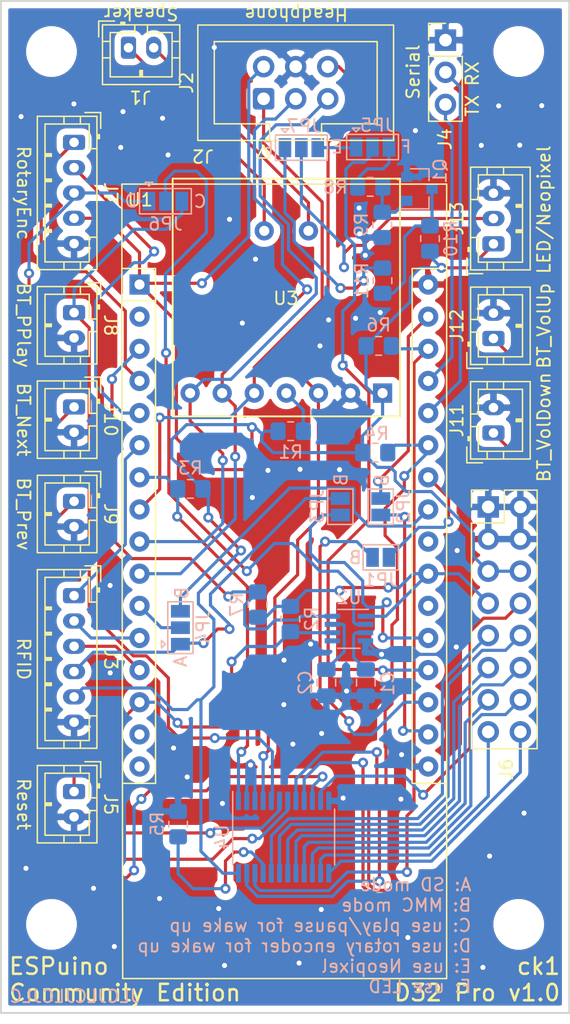
<source format=kicad_pcb>
(kicad_pcb (version 20171130) (host pcbnew "(5.1.8)-1")
  (layers (0 F.Cu signal) (31 B.Cu signal) (34 B.Paste user) (35 F.Paste user) (36 B.SilkS user) (37 F.SilkS user) (38 B.Mask user) (39 F.Mask user) (44 Edge.Cuts user))
  (net 0 "")
  (net 1 3V3_LDO)
  (net 2 GND)
  (net 3 "Net-(Q1-Pad1)")
  (net 4 "Net-(C1-Pad1)")
  (net 5 "Net-(C2-Pad1)")
  (net 6 BT_PPLAY)
  (net 7 BT_PREV)
  (net 8 BT_NEXT)
  (net 9 BT_VOLDOWN)
  (net 10 BT_VOLUP)
  (net 11 PC9555_IO10)
  (net 12 PC9555_IO11)
  (net 13 PC9555_IO12)
  (net 14 PC9555_IO13)
  (net 15 PC9555_IO14)
  (net 16 PC9555_IO15)
  (net 17 PC9555_IO16)
  (net 18 PC9555_IO17)
  (net 19 PC9555_IO07)
  (net 20 ROTENC_BT)
  (net 21 ROTENC_CLK)
  (net 22 ROTENC_DT)
  (net 23 HEADPHONE)
  (net 24 I2S_LRC)
  (net 25 I2S_BCLK)
  (net 26 I2S_DOUT)
  (net 27 RFID_MISO)
  (net 28 RFID_MOSI)
  (net 29 RFID_SCK)
  (net 30 RFID_CS)
  (net 31 EN)
  (net 32 TX)
  (net 33 RX)
  (net 34 "Net-(J13-Pad2)")
  (net 35 /SPK_P)
  (net 36 /SPK_N)
  (net 37 VIN)
  (net 38 WAKEUP_BUTTON)
  (net 39 NEOPIXEL)
  (net 40 LED_NEOPIXEL)
  (net 41 LED)
  (net 42 PCA9555_INT)
  (net 43 I2C_SDA)
  (net 44 I2C_SCL)
  (net 45 SD_MMC_MOSI)
  (net 46 SD_MMC_MISO)
  (net 47 "Net-(R1-Pad2)")
  (net 48 "Net-(R5-Pad1)")
  (net 49 POWER_SWITCH)
  (net 50 SD_MISO)
  (net 51 SD_MOSI)
  (net 52 SD_CS__RFID_MISO)
  (net 53 RFID_MISO__SD_MMC_SCK)
  (net 54 SD_SCK)
  (net 55 "Net-(JP5-Pad3)")
  (net 56 "Net-(JP7-Pad1)")
  (module Resistor_SMD:R_0805_2012Metric_Pad1.20x1.40mm_HandSolder (layer B.Cu) (at 105.32872 102.7176 270)
    (fp_text reference R7 (at 0 1.65 90) (layer B.SilkS) (effects (justify mirror)))
    (fp_text value 100k)
    (pad 2 smd roundrect (at 1 0 270) (size 1.2 1.4) (layers B.Cu B.Paste B.Mask) (roundrect_rratio 0.2083325) (net 37 VIN))
    (pad 1 smd roundrect (at -1 0 270) (size 1.2 1.4) (layers B.Cu B.Paste B.Mask) (roundrect_rratio 0.2083325) (net 49 POWER_SWITCH))
  )
  (module Package_SO:TSSOP-24_4.4x7.8mm_P0.65mm (layer B.Cu) (at 107.38612 121.0945 270)
    (fp_text reference U4 (at 0 4.85 90) (layer B.SilkS) (effects (justify mirror)))
    (fp_text value PCA9555PW)
    (pad 24 smd roundrect (at 2.8625 3.575 270) (size 1.475 0.4) (layers B.Cu B.Paste B.Mask) (net 1 3V3_LDO))
    (pad 23 smd roundrect (at 2.8625 2.925 270) (size 1.475 0.4) (layers B.Cu B.Paste B.Mask) (net 43 I2C_SDA))
    (pad 22 smd roundrect (at 2.8625 2.275 270) (size 1.475 0.4) (layers B.Cu B.Paste B.Mask) (net 44 I2C_SCL))
    (pad 21 smd roundrect (at 2.8625 1.625 270) (size 1.475 0.4) (layers B.Cu B.Paste B.Mask) (net 48 "Net-(R5-Pad1)"))
    (pad 20 smd roundrect (at 2.8625 0.975 270) (size 1.475 0.4) (layers B.Cu B.Paste B.Mask) (net 18 PC9555_IO17))
    (pad 19 smd roundrect (at 2.8625 0.325 270) (size 1.475 0.4) (layers B.Cu B.Paste B.Mask) (net 17 PC9555_IO16))
    (pad 18 smd roundrect (at 2.8625 -0.325 270) (size 1.475 0.4) (layers B.Cu B.Paste B.Mask) (net 16 PC9555_IO15))
    (pad 17 smd roundrect (at 2.8625 -0.975 270) (size 1.475 0.4) (layers B.Cu B.Paste B.Mask) (net 15 PC9555_IO14))
    (pad 16 smd roundrect (at 2.8625 -1.625 270) (size 1.475 0.4) (layers B.Cu B.Paste B.Mask) (net 14 PC9555_IO13))
    (pad 15 smd roundrect (at 2.8625 -2.275 270) (size 1.475 0.4) (layers B.Cu B.Paste B.Mask) (net 13 PC9555_IO12))
    (pad 14 smd roundrect (at 2.8625 -2.925 270) (size 1.475 0.4) (layers B.Cu B.Paste B.Mask) (net 12 PC9555_IO11))
    (pad 13 smd roundrect (at 2.8625 -3.575 270) (size 1.475 0.4) (layers B.Cu B.Paste B.Mask) (net 11 PC9555_IO10))
    (pad 12 smd roundrect (at -2.8625 -3.575 270) (size 1.475 0.4) (layers B.Cu B.Paste B.Mask) (net 2 GND))
    (pad 11 smd roundrect (at -2.8625 -2.925 270) (size 1.475 0.4) (layers B.Cu B.Paste B.Mask) (net 19 PC9555_IO07))
    (pad 10 smd roundrect (at -2.8625 -2.275 270) (size 1.475 0.4) (layers B.Cu B.Paste B.Mask) (net 20 ROTENC_BT))
    (pad 9 smd roundrect (at -2.8625 -1.625 270) (size 1.475 0.4) (layers B.Cu B.Paste B.Mask) (net 10 BT_VOLUP))
    (pad 8 smd roundrect (at -2.8625 -0.975 270) (size 1.475 0.4) (layers B.Cu B.Paste B.Mask) (net 9 BT_VOLDOWN))
    (pad 7 smd roundrect (at -2.8625 -0.325 270) (size 1.475 0.4) (layers B.Cu B.Paste B.Mask) (net 8 BT_NEXT))
    (pad 6 smd roundrect (at -2.8625 0.325 270) (size 1.475 0.4) (layers B.Cu B.Paste B.Mask) (net 7 BT_PREV))
    (pad 5 smd roundrect (at -2.8625 0.975 270) (size 1.475 0.4) (layers B.Cu B.Paste B.Mask) (net 6 BT_PPLAY))
    (pad 4 smd roundrect (at -2.8625 1.625 270) (size 1.475 0.4) (layers B.Cu B.Paste B.Mask) (net 23 HEADPHONE))
    (pad 3 smd roundrect (at -2.8625 2.275 270) (size 1.475 0.4) (layers B.Cu B.Paste B.Mask) (net 2 GND))
    (pad 2 smd roundrect (at -2.8625 2.925 270) (size 1.475 0.4) (layers B.Cu B.Paste B.Mask) (net 2 GND))
    (pad 1 smd roundrect (at -2.8625 3.575 270) (size 1.475 0.4) (layers B.Cu B.Paste B.Mask) (net 42 PCA9555_INT))
  )
  (module Connector_PinHeader_2.54mm:PinHeader_1x03_P2.54mm_Vertical (layer F.Cu) (at 120.2 58.1)
    (fp_text reference J4 (at -0.0326 7.8257 90) (layer F.SilkS))
    (fp_text value Serial (at -2.5599 2.51964 90) (layer F.SilkS))
    (pad 1 thru_hole rect (at 0 0) (size 1.7 1.7) (drill 1) (layers *.Cu *.Mask) (net 2 GND))
    (pad 2 thru_hole oval (at 0 2.54) (size 1.7 1.7) (drill 1) (layers *.Cu *.Mask) (net 33 RX))
    (pad 3 thru_hole oval (at 0 5.08) (size 1.7 1.7) (drill 1) (layers *.Cu *.Mask) (net 32 TX))
  )
  (module Connector_IDC:IDC-Header_2x03_P2.54mm_Vertical (layer F.Cu) (at 105.8 62.735 90)
    (fp_text reference J2 (at 1.27 -6.1 90) (layer F.SilkS))
    (fp_text value Headphone (at 6.6772 2.5818 180 unlocked) (layer F.SilkS))
    (fp_text user %R (at -4.5242 -4.8096 180 unlocked) (layer F.SilkS))
    (pad 6 thru_hole circle (at 2.54 5.08 90) (size 1.7 1.7) (drill 1) (layers *.Cu *.Mask) (net 23 HEADPHONE))
    (pad 4 thru_hole circle (at 2.54 2.54 90) (size 1.7 1.7) (drill 1) (layers *.Cu *.Mask) (net 2 GND))
    (pad 2 thru_hole circle (at 2.54 0 90) (size 1.7 1.7) (drill 1) (layers *.Cu *.Mask) (net 1 3V3_LDO))
    (pad 5 thru_hole circle (at 0 5.08 90) (size 1.7 1.7) (drill 1) (layers *.Cu *.Mask) (net 24 I2S_LRC))
    (pad 3 thru_hole circle (at 0 2.54 90) (size 1.7 1.7) (drill 1) (layers *.Cu *.Mask) (net 25 I2S_BCLK))
    (pad 1 thru_hole roundrect (at 0 0 90) (size 1.7 1.7) (drill 1) (layers *.Cu *.Mask) (roundrect_rratio 0.1470588235294118) (net 26 I2S_DOUT))
  )
  (module Jumper:SolderJumper-3_P1.3mm_Open_Pad1.0x1.5mm (layer B.Cu) (at 99.2124 104.5464 90)
    (fp_text reference JP4 (at 0 1.8 90) (layer B.SilkS) (effects (justify mirror)))
    (fp_text value "Solder Jumper")
    (pad 3 smd rect (at 1.3 0 90) (size 1 1.5) (layers B.Cu B.Mask) (net 54 SD_SCK))
    (pad 2 smd rect (at 0 0 90) (size 1 1.5) (layers B.Cu B.Mask) (net 53 RFID_MISO__SD_MMC_SCK))
    (pad 1 smd rect (at -1.3 0 90) (size 1 1.5) (layers B.Cu B.Mask) (net 27 RFID_MISO))
  )
  (module Jumper:SolderJumper-2_P1.3mm_Open_Pad1.0x1.5mm (layer B.Cu) (at 111.8762 94.9846 90)
    (fp_text reference JP3 (at 0.03178 -1.83578 90) (layer B.SilkS) (effects (justify mirror)))
    (fp_text value "Solder Jumper")
    (pad 2 smd rect (at 0.65 0 90) (size 1 1.5) (layers B.Cu B.Mask) (net 27 RFID_MISO))
    (pad 1 smd rect (at -0.65 0 90) (size 1 1.5) (layers B.Cu B.Mask) (net 52 SD_CS__RFID_MISO))
  )
  (module Jumper:SolderJumper-2_P1.3mm_Open_Pad1.0x1.5mm (layer B.Cu) (at 115.0762 94.9846 90)
    (fp_text reference JP2 (at 0 1.8 90) (layer B.SilkS) (effects (justify mirror)))
    (fp_text value "Solder Jumper")
    (pad 2 smd rect (at 0.65 0 90) (size 1 1.5) (layers B.Cu B.Mask) (net 51 SD_MOSI))
    (pad 1 smd rect (at -0.65 0 90) (size 1 1.5) (layers B.Cu B.Mask) (net 45 SD_MMC_MOSI))
  )
  (module Jumper:SolderJumper-2_P1.3mm_Open_Pad1.0x1.5mm (layer B.Cu) (at 115.0762 98.9846)
    (fp_text reference JP1 (at 0 1.8) (layer B.SilkS) (effects (justify mirror)))
    (fp_text value "Solder Jumper")
    (pad 2 smd rect (at 0.65 0) (size 1 1.5) (layers B.Cu B.Mask) (net 50 SD_MISO))
    (pad 1 smd rect (at -0.65 0) (size 1 1.5) (layers B.Cu B.Mask) (net 46 SD_MMC_MISO))
  )
  (module ck1:MAX98357A (layer F.Cu) (at 107.59948 86)
    (fp_text reference U3 (at -0.03048 -7.4886) (layer F.SilkS))
    (fp_text value MAX98357A)
    (pad 9 thru_hole circle (at 1.75 -12.827) (size 1.524 1.524) (drill 0.8) (layers *.Cu *.Mask) (net 35 /SPK_P))
    (pad 8 thru_hole circle (at -1.75 -12.827) (size 1.524 1.524) (drill 0.8) (layers *.Cu *.Mask) (net 36 /SPK_N))
    (pad 1 thru_hole rect (at 7.62 0) (size 1.524 1.524) (drill 0.8) (layers *.Cu *.Mask) (net 1 3V3_LDO))
    (pad 2 thru_hole circle (at 5.08 0) (size 1.524 1.524) (drill 0.8) (layers *.Cu *.Mask) (net 2 GND))
    (pad 3 thru_hole circle (at 2.54 0) (size 1.524 1.524) (drill 0.8) (layers *.Cu *.Mask) (net 23 HEADPHONE))
    (pad 4 thru_hole circle (at 0 0) (size 1.524 1.524) (drill 0.8) (layers *.Cu *.Mask) (net 47 "Net-(R1-Pad2)"))
    (pad 5 thru_hole circle (at -2.54 0) (size 1.524 1.524) (drill 0.8) (layers *.Cu *.Mask) (net 26 I2S_DOUT))
    (pad 6 thru_hole circle (at -5.08 0) (size 1.524 1.524) (drill 0.8) (layers *.Cu *.Mask) (net 25 I2S_BCLK))
    (pad 7 thru_hole circle (at -7.62 0) (size 1.524 1.524) (drill 0.8) (layers *.Cu *.Mask) (net 24 I2S_LRC))
  )
  (module Resistor_SMD:R_0805_2012Metric_Pad1.20x1.40mm_HandSolder (layer B.Cu) (at 107.94238 89.0143)
    (fp_text reference R1 (at 0 1.65) (layer B.SilkS) (effects (justify mirror)))
    (fp_text value 100k)
    (pad 2 smd roundrect (at 1 0) (size 1.2 1.4) (layers B.Cu B.Paste B.Mask) (roundrect_rratio 0.2083325) (net 47 "Net-(R1-Pad2)"))
    (pad 1 smd roundrect (at -1 0) (size 1.2 1.4) (layers B.Cu B.Paste B.Mask) (roundrect_rratio 0.2083325) (net 1 3V3_LDO))
  )
  (module Resistor_SMD:R_0805_2012Metric_Pad1.20x1.40mm_HandSolder (layer B.Cu) (at 115.2144 77.1144 270)
    (fp_text reference R11 (at 0 1.65 90) (layer B.SilkS) (effects (justify mirror)))
    (fp_text value 100)
    (pad 2 smd roundrect (at 1 0 270) (size 1.2 1.4) (layers B.Cu B.Paste B.Mask) (roundrect_rratio 0.2083325) (net 41 LED))
    (pad 1 smd roundrect (at -1 0 270) (size 1.2 1.4) (layers B.Cu B.Paste B.Mask) (roundrect_rratio 0.2083325) (net 56 "Net-(JP7-Pad1)"))
  )
  (module Resistor_SMD:R_0805_2012Metric_Pad1.20x1.40mm_HandSolder (layer B.Cu) (at 118.9736 73.787 90)
    (fp_text reference R10 (at 0 1.65 90) (layer B.SilkS) (effects (justify mirror)))
    (fp_text value 10k)
    (pad 2 smd roundrect (at 1 0 90) (size 1.2 1.4) (layers B.Cu B.Paste B.Mask) (roundrect_rratio 0.2083325) (net 41 LED))
    (pad 1 smd roundrect (at -1 0 90) (size 1.2 1.4) (layers B.Cu B.Paste B.Mask) (roundrect_rratio 0.2083325) (net 1 3V3_LDO))
  )
  (module Resistor_SMD:R_0805_2012Metric_Pad1.20x1.40mm_HandSolder (layer B.Cu) (at 114.9096 82.2706 180)
    (fp_text reference R6 (at 0 1.65) (layer B.SilkS) (effects (justify mirror)))
    (fp_text value 4k7)
    (pad 2 smd roundrect (at 1 0 180) (size 1.2 1.4) (layers B.Cu B.Paste B.Mask) (roundrect_rratio 0.2083325) (net 1 3V3_LDO))
    (pad 1 smd roundrect (at -1 0 180) (size 1.2 1.4) (layers B.Cu B.Paste B.Mask) (roundrect_rratio 0.2083325) (net 44 I2C_SCL))
  )
  (module Resistor_SMD:R_0805_2012Metric_Pad1.20x1.40mm_HandSolder (layer B.Cu) (at 99.02952 120.0785 90)
    (fp_text reference R5 (at 0.02286 -1.64846 90) (layer B.SilkS) (effects (justify mirror)))
    (fp_text value 0)
    (pad 1 smd roundrect (at -1 0 90) (size 1.2 1.4) (layers B.Cu B.Paste B.Mask) (roundrect_rratio 0.2083325) (net 48 "Net-(R5-Pad1)"))
    (pad 2 smd roundrect (at 1 0 90) (size 1.2 1.4) (layers B.Cu B.Paste B.Mask) (roundrect_rratio 0.2083325) (net 2 GND))
  )
  (module Resistor_SMD:R_0805_2012Metric_Pad1.20x1.40mm_HandSolder (layer B.Cu) (at 114.6302 90.7034)
    (fp_text reference R4 (at 0.12192 -1.50622) (layer B.SilkS) (effects (justify mirror)))
    (fp_text value 4k7)
    (pad 2 smd roundrect (at 1 0) (size 1.2 1.4) (layers B.Cu B.Paste B.Mask) (roundrect_rratio 0.2083325) (net 43 I2C_SDA))
    (pad 1 smd roundrect (at -1 0) (size 1.2 1.4) (layers B.Cu B.Paste B.Mask) (roundrect_rratio 0.2083325) (net 1 3V3_LDO))
  )
  (module Resistor_SMD:R_0805_2012Metric_Pad1.20x1.40mm_HandSolder (layer B.Cu) (at 99.9998 93.5736 180)
    (fp_text reference R3 (at 0 1.65) (layer B.SilkS) (effects (justify mirror)))
    (fp_text value 4k7)
    (pad 2 smd roundrect (at 1 0 180) (size 1.2 1.4) (layers B.Cu B.Paste B.Mask) (roundrect_rratio 0.2083325) (net 42 PCA9555_INT))
    (pad 1 smd roundrect (at -1 0 180) (size 1.2 1.4) (layers B.Cu B.Paste B.Mask) (roundrect_rratio 0.2083325) (net 1 3V3_LDO))
  )
  (module Resistor_SMD:R_0805_2012Metric_Pad1.20x1.40mm_HandSolder (layer B.Cu) (at 107.9246 103.8606 270)
    (fp_text reference R2 (at -0.01524 -1.67386 90) (layer B.SilkS) (effects (justify mirror)))
    (fp_text value 100k)
    (pad 1 smd roundrect (at -1 0 270) (size 1.2 1.4) (layers B.Cu B.Paste B.Mask) (roundrect_rratio 0.2083325) (net 37 VIN))
    (pad 2 smd roundrect (at 1 0 270) (size 1.2 1.4) (layers B.Cu B.Paste B.Mask) (roundrect_rratio 0.2083325) (net 31 EN))
  )
  (module Jumper:SolderJumper-3_P1.3mm_Open_Pad1.0x1.5mm (layer B.Cu) (at 108.7882 66.5988)
    (fp_text reference JP7 (at 0.19558 -1.71196) (layer B.SilkS) (effects (justify mirror)))
    (fp_text value "Solder Jumper")
    (pad 1 smd rect (at -1.3 0) (size 1 1.5) (layers B.Cu B.Mask) (net 56 "Net-(JP7-Pad1)"))
    (pad 2 smd rect (at 0 0) (size 1 1.5) (layers B.Cu B.Mask) (net 34 "Net-(J13-Pad2)"))
    (pad 3 smd rect (at 1.3 0) (size 1 1.5) (layers B.Cu B.Mask) (net 39 NEOPIXEL))
  )
  (module Jumper:SolderJumper-3_P1.3mm_Open_Pad1.0x1.5mm (layer B.Cu) (at 114.427 66.548)
    (fp_text reference JP5 (at 0.36576 -1.71958) (layer B.SilkS) (effects (justify mirror)))
    (fp_text value "Solder Jumper")
    (pad 1 smd rect (at -1.3 0) (size 1 1.5) (layers B.Cu B.Mask) (net 39 NEOPIXEL))
    (pad 2 smd rect (at 0 0) (size 1 1.5) (layers B.Cu B.Mask) (net 40 LED_NEOPIXEL))
    (pad 3 smd rect (at 1.3 0) (size 1 1.5) (layers B.Cu B.Mask) (net 55 "Net-(JP5-Pad3)"))
  )
  (module Jumper:SolderJumper-3_P1.3mm_Open_Pad1.0x1.5mm (layer B.Cu) (at 98.02368 70.83298)
    (fp_text reference JP6 (at 0 1.8) (layer B.SilkS) (effects (justify mirror)))
    (fp_text value "Solder Jumper")
    (pad 1 smd rect (at -1.3 0) (size 1 1.5) (layers B.Cu B.Mask) (net 20 ROTENC_BT))
    (pad 2 smd rect (at 0 0) (size 1 1.5) (layers B.Cu B.Mask) (net 38 WAKEUP_BUTTON))
    (pad 3 smd rect (at 1.3 0) (size 1 1.5) (layers B.Cu B.Mask) (net 6 BT_PPLAY))
  )
  (module Connector_PinHeader_2.54mm:PinHeader_2x08_P2.54mm_Vertical (layer F.Cu) (at 123.58878 95)
    (fp_text reference J6 (at 1.43002 20.7478 90) (layer F.SilkS))
    (fp_text value "Pin Header")
    (pad 16 thru_hole oval (at 2.54 17.78) (size 1.7 1.7) (drill 1) (layers *.Cu *.Mask) (net 11 PC9555_IO10))
    (pad 15 thru_hole oval (at 0 17.78) (size 1.7 1.7) (drill 1) (layers *.Cu *.Mask) (net 12 PC9555_IO11))
    (pad 14 thru_hole oval (at 2.54 15.24) (size 1.7 1.7) (drill 1) (layers *.Cu *.Mask) (net 13 PC9555_IO12))
    (pad 13 thru_hole oval (at 0 15.24) (size 1.7 1.7) (drill 1) (layers *.Cu *.Mask) (net 14 PC9555_IO13))
    (pad 12 thru_hole oval (at 2.54 12.7) (size 1.7 1.7) (drill 1) (layers *.Cu *.Mask) (net 15 PC9555_IO14))
    (pad 11 thru_hole oval (at 0 12.7) (size 1.7 1.7) (drill 1) (layers *.Cu *.Mask) (net 16 PC9555_IO15))
    (pad 10 thru_hole oval (at 2.54 10.16) (size 1.7 1.7) (drill 1) (layers *.Cu *.Mask) (net 17 PC9555_IO16))
    (pad 9 thru_hole oval (at 0 10.16) (size 1.7 1.7) (drill 1) (layers *.Cu *.Mask) (net 18 PC9555_IO17))
    (pad 8 thru_hole oval (at 2.54 7.62) (size 1.7 1.7) (drill 1) (layers *.Cu *.Mask) (net 19 PC9555_IO07))
    (pad 7 thru_hole oval (at 0 7.62) (size 1.7 1.7) (drill 1) (layers *.Cu *.Mask) (net 37 VIN))
    (pad 6 thru_hole oval (at 2.54 5.08) (size 1.7 1.7) (drill 1) (layers *.Cu *.Mask) (net 1 3V3_LDO))
    (pad 5 thru_hole oval (at 0 5.08) (size 1.7 1.7) (drill 1) (layers *.Cu *.Mask) (net 1 3V3_LDO))
    (pad 4 thru_hole oval (at 2.54 2.54) (size 1.7 1.7) (drill 1) (layers *.Cu *.Mask) (net 2 GND))
    (pad 3 thru_hole oval (at 0 2.54) (size 1.7 1.7) (drill 1) (layers *.Cu *.Mask) (net 2 GND))
    (pad 2 thru_hole oval (at 2.54 0) (size 1.7 1.7) (drill 1) (layers *.Cu *.Mask) (net 2 GND))
    (pad 1 thru_hole rect (at 0 0) (size 1.7 1.7) (drill 1) (layers *.Cu *.Mask) (net 2 GND))
  )
  (module MountingHole:MountingHole_3mm (layer F.Cu) (at 89 128)
    (fp_text reference H4 hide)
    (fp_text value MountingHole hide)
    (pad 1 np_thru_hole circle (at 0 0) (size 3 3) (drill 3) (layers *.Cu *.Mask))
  )
  (module MountingHole:MountingHole_3mm (layer F.Cu) (at 89 59)
    (fp_text reference H3 hide)
    (fp_text value MountingHole hide)
    (pad 1 np_thru_hole circle (at 0 0) (size 3 3) (drill 3) (layers *.Cu *.Mask))
  )
  (module MountingHole:MountingHole_3mm (layer F.Cu) (at 126 59)
    (fp_text reference H2 hide)
    (fp_text value MountingHole hide)
    (pad 1 np_thru_hole circle (at 0 0) (size 3 3) (drill 3) (layers *.Cu *.Mask))
  )
  (module MountingHole:MountingHole_3mm (layer F.Cu) (at 126 128)
    (fp_text reference H1 hide)
    (fp_text value MountingHole hide)
    (pad 1 np_thru_hole circle (at 0 0) (size 3 3) (drill 3) (layers *.Cu *.Mask))
  )
  (module Capacitor_SMD:C_0805_2012Metric_Pad1.18x1.45mm_HandSolder (layer B.Cu) (at 110.7694 108.8898 270)
    (fp_text reference C2 (at 0 1.68 90) (layer B.SilkS) (effects (justify mirror)))
    (fp_text value 470n)
    (pad 2 smd roundrect (at 1.0375 0 270) (size 1.175 1.45) (layers B.Cu B.Paste B.Mask) (roundrect_rratio 0.2127659574468085) (net 2 GND))
    (pad 1 smd roundrect (at -1.0375 0 270) (size 1.175 1.45) (layers B.Cu B.Paste B.Mask) (roundrect_rratio 0.2127659574468085) (net 5 "Net-(C2-Pad1)"))
  )
  (module Capacitor_SMD:C_0805_2012Metric_Pad1.18x1.45mm_HandSolder (layer B.Cu) (at 113.8936 108.8898 270)
    (fp_text reference C1 (at 0.06096 -1.73228 90) (layer B.SilkS) (effects (justify mirror)))
    (fp_text value 220n)
    (pad 2 smd roundrect (at 1.0375 0 270) (size 1.175 1.45) (layers B.Cu B.Paste B.Mask) (roundrect_rratio 0.2127659574468085) (net 2 GND))
    (pad 1 smd roundrect (at -1.0375 0 270) (size 1.175 1.45) (layers B.Cu B.Paste B.Mask) (roundrect_rratio 0.2127659574468085) (net 4 "Net-(C1-Pad1)"))
  )
  (module Resistor_SMD:R_0805_2012Metric_Pad1.20x1.40mm_HandSolder (layer B.Cu) (at 115.189 72.7042 270)
    (fp_text reference R9 (at 0 1.65 90) (layer B.SilkS) (effects (justify mirror)))
    (fp_text value 10k)
    (pad 1 smd roundrect (at -1 0 270) (size 1.2 1.4) (layers B.Cu B.Paste B.Mask) (roundrect_rratio 0.2083325) (net 3 "Net-(Q1-Pad1)"))
    (pad 2 smd roundrect (at 1 0 270) (size 1.2 1.4) (layers B.Cu B.Paste B.Mask) (roundrect_rratio 0.2083325) (net 2 GND))
  )
  (module Resistor_SMD:R_0805_2012Metric_Pad1.20x1.40mm_HandSolder (layer B.Cu) (at 114.2398 69.6976)
    (fp_text reference R8 (at -2.75666 0.02032) (layer B.SilkS) (effects (justify mirror)))
    (fp_text value 1k)
    (pad 1 smd roundrect (at -1 0) (size 1.2 1.4) (layers B.Cu B.Paste B.Mask) (roundrect_rratio 0.2083325) (net 55 "Net-(JP5-Pad3)"))
    (pad 2 smd roundrect (at 1 0) (size 1.2 1.4) (layers B.Cu B.Paste B.Mask) (roundrect_rratio 0.2083325) (net 3 "Net-(Q1-Pad1)"))
  )
  (module Package_TO_SOT_SMD:SOT-23 (layer B.Cu) (at 118.1354 69.85)
    (fp_text reference Q1 (at 1.6383 -1.4097 90) (layer B.SilkS) (effects (justify mirror)))
    (fp_text value IRLML2502)
    (pad 1 smd rect (at -1 0.95) (size 0.9 0.8) (layers B.Cu B.Paste B.Mask) (net 3 "Net-(Q1-Pad1)"))
    (pad 2 smd rect (at -1 -0.95) (size 0.9 0.8) (layers B.Cu B.Paste B.Mask) (net 2 GND))
    (pad 3 smd rect (at 1 0) (size 0.9 0.8) (layers B.Cu B.Paste B.Mask) (net 41 LED))
  )
  (module Package_TO_SOT_SMD:TSOT-23-8 (layer B.Cu) (at 112.55502 104.61244 180)
    (fp_text reference U2 (at 0 2.45) (layer B.SilkS) (effects (justify mirror)))
    (fp_text value LTC2954-1)
    (pad 1 smd rect (at -1.31 0.97 180) (size 1.22 0.4) (layers B.Cu B.Paste B.Mask) (net 37 VIN))
    (pad 2 smd rect (at -1.31 0.33 180) (size 1.22 0.4) (layers B.Cu B.Paste B.Mask) (net 38 WAKEUP_BUTTON))
    (pad 3 smd rect (at -1.31 -0.33 180) (size 1.22 0.4) (layers B.Cu B.Paste B.Mask) (net 4 "Net-(C1-Pad1)"))
    (pad 4 smd rect (at -1.31 -0.97 180) (size 1.22 0.4) (layers B.Cu B.Paste B.Mask) (net 2 GND))
    (pad 5 smd rect (at 1.31 -0.97 180) (size 1.22 0.4) (layers B.Cu B.Paste B.Mask))
    (pad 6 smd rect (at 1.31 -0.33 180) (size 1.22 0.4) (layers B.Cu B.Paste B.Mask) (net 31 EN))
    (pad 7 smd rect (at 1.31 0.33 180) (size 1.22 0.4) (layers B.Cu B.Paste B.Mask) (net 5 "Net-(C2-Pad1)"))
    (pad 8 smd rect (at 1.31 0.97 180) (size 1.22 0.4) (layers B.Cu B.Paste B.Mask) (net 49 POWER_SWITCH))
  )
  (module Connector_JST:JST_PH_B2B-PH-K_1x02_P2.00mm_Vertical (layer F.Cu) (at 95.1 58.7)
    (fp_text reference J1 (at 0.9374 3.911 180 unlocked) (layer F.SilkS))
    (fp_text value Speaker (at 1 -2.693 180 unlocked) (layer F.SilkS))
    (pad 1 thru_hole roundrect (at 0 0) (size 1.2 1.75) (drill 0.75) (layers *.Cu *.Mask) (roundrect_rratio 0.2083325) (net 36 /SPK_N))
    (pad 2 thru_hole oval (at 2 0) (size 1.2 1.75) (drill 0.75) (layers *.Cu *.Mask) (net 35 /SPK_P))
  )
  (module Connector_JST:JST_PH_B3B-PH-K_1x03_P2.00mm_Vertical (layer F.Cu) (at 124 74.2 90)
    (fp_text reference J13 (at 2 -2.9 90) (layer F.SilkS))
    (fp_text value LED/Neopixel (at 2.7 4 90) (layer F.SilkS))
    (pad 3 thru_hole oval (at 4 0 90) (size 1.2 1.75) (drill 0.75) (layers *.Cu *.Mask) (net 2 GND))
    (pad 2 thru_hole oval (at 2 0 90) (size 1.2 1.75) (drill 0.75) (layers *.Cu *.Mask) (net 34 "Net-(J13-Pad2)"))
    (pad 1 thru_hole roundrect (at 0 0 90) (size 1.2 1.75) (drill 0.75) (layers *.Cu *.Mask) (roundrect_rratio 0.2083325) (net 1 3V3_LDO))
  )
  (module Connector_JST:JST_PH_B2B-PH-K_1x02_P2.00mm_Vertical (layer F.Cu) (at 90.78976 117.5 270)
    (fp_text reference J5 (at 1 -2.9 270 unlocked) (layer F.SilkS))
    (fp_text value Reset (at 1 4 270 unlocked) (layer F.SilkS))
    (pad 2 thru_hole oval (at 2 0 270) (size 1.2 1.75) (drill 0.75) (layers *.Cu *.Mask) (net 2 GND))
    (pad 1 thru_hole roundrect (at 0 0 270) (size 1.2 1.75) (drill 0.75) (layers *.Cu *.Mask) (roundrect_rratio 0.2083325) (net 31 EN))
  )
  (module Connector_JST:JST_PH_B6B-PH-K_1x06_P2.00mm_Vertical (layer F.Cu) (at 90.78976 102.01604 270)
    (fp_text reference J3 (at 5 -2.9 270 unlocked) (layer F.SilkS))
    (fp_text value RFID (at 5 4 270 unlocked) (layer F.SilkS))
    (pad 6 thru_hole oval (at 10 0 270) (size 1.2 1.75) (drill 0.75) (layers *.Cu *.Mask) (net 2 GND))
    (pad 5 thru_hole oval (at 8 0 270) (size 1.2 1.75) (drill 0.75) (layers *.Cu *.Mask) (net 1 3V3_LDO))
    (pad 4 thru_hole oval (at 6 0 270) (size 1.2 1.75) (drill 0.75) (layers *.Cu *.Mask) (net 27 RFID_MISO))
    (pad 3 thru_hole oval (at 4 0 270) (size 1.2 1.75) (drill 0.75) (layers *.Cu *.Mask) (net 28 RFID_MOSI))
    (pad 2 thru_hole oval (at 2 0 270) (size 1.2 1.75) (drill 0.75) (layers *.Cu *.Mask) (net 29 RFID_SCK))
    (pad 1 thru_hole roundrect (at 0 0 270) (size 1.2 1.75) (drill 0.75) (layers *.Cu *.Mask) (roundrect_rratio 0.2083325) (net 30 RFID_CS))
  )
  (module Connector_JST:JST_PH_B5B-PH-K_1x05_P2.00mm_Vertical (layer F.Cu) (at 90.78976 66.1802 270)
    (fp_text reference J7 (at 4 -2.9 270 unlocked) (layer F.SilkS))
    (fp_text value RotaryEnc (at 4 4 270 unlocked) (layer F.SilkS))
    (pad 1 thru_hole roundrect (at 0 0 270) (size 1.2 1.75) (drill 0.75) (layers *.Cu *.Mask) (roundrect_rratio 0.2083325) (net 22 ROTENC_DT))
    (pad 2 thru_hole oval (at 2 0 270) (size 1.2 1.75) (drill 0.75) (layers *.Cu *.Mask) (net 21 ROTENC_CLK))
    (pad 3 thru_hole oval (at 4 0 270) (size 1.2 1.75) (drill 0.75) (layers *.Cu *.Mask) (net 20 ROTENC_BT))
    (pad 4 thru_hole oval (at 6 0 270) (size 1.2 1.75) (drill 0.75) (layers *.Cu *.Mask) (net 1 3V3_LDO))
    (pad 5 thru_hole oval (at 8 0 270) (size 1.2 1.75) (drill 0.75) (layers *.Cu *.Mask) (net 2 GND))
  )
  (module Connector_JST:JST_PH_B2B-PH-K_1x02_P2.00mm_Vertical (layer F.Cu) (at 124 81.68117 90)
    (fp_text reference J12 (at 1 -2.9 90) (layer F.SilkS))
    (fp_text value BT_VolUp (at 1 4 90) (layer F.SilkS))
    (pad 1 thru_hole roundrect (at 0 0 90) (size 1.2 1.75) (drill 0.75) (layers *.Cu *.Mask) (roundrect_rratio 0.2083325) (net 10 BT_VOLUP))
    (pad 2 thru_hole oval (at 2 0 90) (size 1.2 1.75) (drill 0.75) (layers *.Cu *.Mask) (net 2 GND))
  )
  (module Connector_JST:JST_PH_B2B-PH-K_1x02_P2.00mm_Vertical (layer F.Cu) (at 124 89.151136 90)
    (fp_text reference J11 (at 1 -2.9 90) (layer F.SilkS))
    (fp_text value BT_VolDown (at 0.451136 4 90) (layer F.SilkS))
    (pad 1 thru_hole roundrect (at 0 0 90) (size 1.2 1.75) (drill 0.75) (layers *.Cu *.Mask) (roundrect_rratio 0.2083325) (net 9 BT_VOLDOWN))
    (pad 2 thru_hole oval (at 2 0 90) (size 1.2 1.75) (drill 0.75) (layers *.Cu *.Mask) (net 2 GND))
  )
  (module Connector_JST:JST_PH_B2B-PH-K_1x02_P2.00mm_Vertical (layer F.Cu) (at 90.78976 87.09812 270)
    (fp_text reference J10 (at 1 -2.9 270 unlocked) (layer F.SilkS))
    (fp_text value BT_Next (at 1 4 270 unlocked) (layer F.SilkS))
    (pad 2 thru_hole oval (at 2 0 270) (size 1.2 1.75) (drill 0.75) (layers *.Cu *.Mask) (net 2 GND))
    (pad 1 thru_hole roundrect (at 0 0 270) (size 1.2 1.75) (drill 0.75) (layers *.Cu *.Mask) (roundrect_rratio 0.2083325) (net 8 BT_NEXT))
  )
  (module Connector_JST:JST_PH_B2B-PH-K_1x02_P2.00mm_Vertical (layer F.Cu) (at 90.78976 94.55708 270)
    (fp_text reference J9 (at 1 -2.9 270 unlocked) (layer F.SilkS))
    (fp_text value BT_Prev (at 1 4 270 unlocked) (layer F.SilkS))
    (pad 2 thru_hole oval (at 2 0 270) (size 1.2 1.75) (drill 0.75) (layers *.Cu *.Mask) (net 2 GND))
    (pad 1 thru_hole roundrect (at 0 0 270) (size 1.2 1.75) (drill 0.75) (layers *.Cu *.Mask) (roundrect_rratio 0.2083325) (net 7 BT_PREV))
  )
  (module Connector_JST:JST_PH_B2B-PH-K_1x02_P2.00mm_Vertical (layer F.Cu) (at 90.78976 79.63916 270)
    (fp_text reference J8 (at 1 -2.9 270 unlocked) (layer F.SilkS))
    (fp_text value BT_PPlay (at 1 4 270 unlocked) (layer F.SilkS))
    (pad 2 thru_hole oval (at 2 0 270) (size 1.2 1.75) (drill 0.75) (layers *.Cu *.Mask) (net 2 GND))
    (pad 1 thru_hole roundrect (at 0 0 270) (size 1.2 1.75) (drill 0.75) (layers *.Cu *.Mask) (roundrect_rratio 0.2083325) (net 6 BT_PPLAY))
  )
  (module ck1:Lolin_D32_PRO (layer F.Cu) (at 95.97308 77.41858)
    (fp_text reference U1 (at 0.05162 -6.69482) (layer F.SilkS))
    (fp_text value LolinD32Pro)
    (pad 1 thru_hole rect (at 0 0) (size 1.6 1.6) (drill 0.8) (layers *.Cu *.Mask) (net 1 3V3_LDO))
    (pad 19 thru_hole oval (at 22.86 33.02) (size 1.6 1.6) (drill 0.8) (layers *.Cu *.Mask) (net 46 SD_MMC_MISO))
    (pad 2 thru_hole oval (at 0 2.54) (size 1.6 1.6) (drill 0.8) (layers *.Cu *.Mask))
    (pad 20 thru_hole oval (at 22.86 30.48) (size 1.6 1.6) (drill 0.8) (layers *.Cu *.Mask) (net 40 LED_NEOPIXEL))
    (pad 3 thru_hole oval (at 0 5.08) (size 1.6 1.6) (drill 0.8) (layers *.Cu *.Mask) (net 49 POWER_SWITCH))
    (pad 21 thru_hole oval (at 22.86 27.94) (size 1.6 1.6) (drill 0.8) (layers *.Cu *.Mask) (net 52 SD_CS__RFID_MISO))
    (pad 4 thru_hole oval (at 0 7.62) (size 1.6 1.6) (drill 0.8) (layers *.Cu *.Mask) (net 22 ROTENC_DT))
    (pad 22 thru_hole oval (at 22.86 25.4) (size 1.6 1.6) (drill 0.8) (layers *.Cu *.Mask))
    (pad 5 thru_hole oval (at 0 10.16) (size 1.6 1.6) (drill 0.8) (layers *.Cu *.Mask) (net 21 ROTENC_CLK))
    (pad 23 thru_hole oval (at 22.86 22.86) (size 1.6 1.6) (drill 0.8) (layers *.Cu *.Mask) (net 37 VIN))
    (pad 6 thru_hole oval (at 0 12.7) (size 1.6 1.6) (drill 0.8) (layers *.Cu *.Mask) (net 30 RFID_CS))
    (pad 24 thru_hole oval (at 22.86 20.32) (size 1.6 1.6) (drill 0.8) (layers *.Cu *.Mask))
    (pad 7 thru_hole oval (at 0 15.24) (size 1.6 1.6) (drill 0.8) (layers *.Cu *.Mask) (net 42 PCA9555_INT))
    (pad 25 thru_hole oval (at 22.86 17.78) (size 1.6 1.6) (drill 0.8) (layers *.Cu *.Mask) (net 54 SD_SCK))
    (pad 8 thru_hole oval (at 0 17.78) (size 1.6 1.6) (drill 0.8) (layers *.Cu *.Mask) (net 26 I2S_DOUT))
    (pad 26 thru_hole oval (at 22.86 15.24) (size 1.6 1.6) (drill 0.8) (layers *.Cu *.Mask) (net 50 SD_MISO))
    (pad 9 thru_hole oval (at 0 20.32) (size 1.6 1.6) (drill 0.8) (layers *.Cu *.Mask) (net 24 I2S_LRC))
    (pad 27 thru_hole oval (at 22.86 12.7) (size 1.6 1.6) (drill 0.8) (layers *.Cu *.Mask) (net 43 I2C_SDA))
    (pad 10 thru_hole oval (at 0 22.86) (size 1.6 1.6) (drill 0.8) (layers *.Cu *.Mask) (net 25 I2S_BCLK))
    (pad 28 thru_hole oval (at 22.86 10.16) (size 1.6 1.6) (drill 0.8) (layers *.Cu *.Mask) (net 33 RX))
    (pad 11 thru_hole oval (at 0 25.4) (size 1.6 1.6) (drill 0.8) (layers *.Cu *.Mask) (net 53 RFID_MISO__SD_MMC_SCK))
    (pad 29 thru_hole oval (at 22.86 7.62) (size 1.6 1.6) (drill 0.8) (layers *.Cu *.Mask) (net 32 TX))
    (pad 12 thru_hole oval (at 0 27.94) (size 1.6 1.6) (drill 0.8) (layers *.Cu *.Mask) (net 29 RFID_SCK))
    (pad 30 thru_hole oval (at 22.86 5.08) (size 1.6 1.6) (drill 0.8) (layers *.Cu *.Mask) (net 44 I2C_SCL))
    (pad 13 thru_hole oval (at 0 30.48) (size 1.6 1.6) (drill 0.8) (layers *.Cu *.Mask) (net 28 RFID_MOSI))
    (pad 31 thru_hole oval (at 22.86 2.54) (size 1.6 1.6) (drill 0.8) (layers *.Cu *.Mask) (net 51 SD_MOSI))
    (pad 14 thru_hole oval (at 0 33.02) (size 1.6 1.6) (drill 0.8) (layers *.Cu *.Mask) (net 31 EN))
    (pad 32 thru_hole oval (at 22.86 0) (size 1.6 1.6) (drill 0.8) (layers *.Cu *.Mask) (net 2 GND))
    (pad 15 thru_hole oval (at 0 35.56) (size 1.6 1.6) (drill 0.8) (layers *.Cu *.Mask))
    (pad 18 thru_hole oval (at 22.86 35.56) (size 1.6 1.6) (drill 0.8) (layers *.Cu *.Mask) (net 45 SD_MMC_MOSI))
    (pad 16 thru_hole oval (at 0 38.1) (size 1.6 1.6) (drill 0.8) (layers *.Cu *.Mask))
    (pad 17 thru_hole oval (at 22.86 38.1) (size 1.6 1.6) (drill 0.8) (layers *.Cu *.Mask) (net 2 GND))
  )
  (gr_text RX (at 122.3264 60.75934 90) (layer F.SilkS) (effects (font (size 1 1))))
  (gr_text TX (at 122.3264 63.2841 90) (layer F.SilkS) (effects (font (size 1 1))))
  (gr_text "A: SD mode\nB: MMC mode\nC: use play/pause for wake up\nD: use rotary encoder for wake up\nE: use Neopixel\nF: use LED" (at 122.3391 128.88976) (layer B.SilkS) (effects (font (size 1 1)) (justify left mirror)))
  (gr_text "ck1\nD32 Pro v1.0\n" (at 129.4 132.3594) (layer F.SilkS) (effects (font (size 1.3 1.3) (thickness 0.2)) (justify right)))
  (gr_text B (at 113.05794 99.00412) (layer B.SilkS) (effects (font (size 1 1)) (justify mirror)))
  (gr_text B (at 115.19154 92.88272 90) (layer B.SilkS) (effects (font (size 1 1)) (justify mirror)))
  (gr_text B (at 111.92764 92.84462 90) (layer B.SilkS) (effects (font (size 1 1)) (justify mirror)))
  (gr_text F (at 117.06352 66.53784) (layer B.SilkS) (effects (font (size 1 1)) (justify mirror)))
  (gr_text F (at 106.16692 66.67246) (layer B.SilkS) (effects (font (size 1 1)) (justify mirror)))
  (gr_text E (at 111.62538 66.53784) (layer B.SilkS) (effects (font (size 1 1)) (justify mirror)))
  (gr_text D (at 95.29318 70.8025) (layer B.SilkS) (effects (font (size 1 1)) (justify mirror)))
  (gr_text C (at 100.7745 70.84822) (layer B.SilkS) (effects (font (size 1 1)) (justify mirror)))
  (gr_text B (at 99.32162 101.80828 90) (layer B.SilkS) (effects (font (size 1 1)) (justify mirror)))
  (gr_text A (at 99.20732 107.21086 90) (layer B.SilkS) (effects (font (size 1 1)) (justify mirror)))
  (gr_text JLCJLCJLCJLC (at 90.82024 133.69036) (layer B.SilkS) (effects (font (size 1 1)) (justify mirror)))
  (gr_text "ESPuino\nCommunity Edition" (at 85.52434 132.3594) (layer F.SilkS) (effects (font (size 1.3 1.3) (thickness 0.2)) (justify left)))
  (gr_line (start 85 135) (end 85 55) (layer Edge.Cuts) (width 0.15))
  (gr_line (start 130 135) (end 85 135) (layer Edge.Cuts) (width 0.15))
  (gr_line (start 130 55) (end 130 135) (layer Edge.Cuts) (width 0.15))
  (gr_line (start 85 55) (end 130 55) (layer Edge.Cuts) (width 0.15))
  (segment (start 104.70972 92.0496) (end 101.3714 92.0496) (width 0.25) (layer F.Cu) (net 1))
  (segment (start 98.892479 80.337979) (end 95.97308 77.41858) (width 0.25) (layer F.Cu) (net 1))
  (segment (start 95.97308 77.41858) (end 95.97308 74.89108) (width 0.25) (layer F.Cu) (net 1))
  (segment (start 93.2622 72.1802) (end 90.78976 72.1802) (width 0.25) (layer F.Cu) (net 1))
  (segment (start 95.97308 74.89108) (end 93.2622 72.1802) (width 0.25) (layer F.Cu) (net 1))
  (via (at 100.9142 77.3176) (size 0.8) (drill 0.4) (layers F.Cu B.Cu) (net 1))
  (segment (start 104.62499 73.60681) (end 100.9142 77.3176) (width 0.25) (layer B.Cu) (net 1))
  (segment (start 96.07406 77.3176) (end 95.97308 77.41858) (width 0.25) (layer F.Cu) (net 1))
  (segment (start 100.9142 77.3176) (end 96.07406 77.3176) (width 0.25) (layer F.Cu) (net 1))
  (segment (start 98.892479 89.570679) (end 98.892479 80.337979) (width 0.25) (layer F.Cu) (net 1))
  (segment (start 101.3714 92.0496) (end 98.892479 89.570679) (width 0.25) (layer F.Cu) (net 1))
  (via (at 119.888 76.0984) (size 0.8) (drill 0.4) (layers F.Cu B.Cu) (net 1))
  (segment (start 118.9736 75.184) (end 119.888 76.0984) (width 0.25) (layer B.Cu) (net 1))
  (segment (start 118.9736 74.787) (end 118.9736 75.184) (width 0.25) (layer B.Cu) (net 1))
  (segment (start 119.888 76.0984) (end 122.1486 76.0984) (width 0.25) (layer F.Cu) (net 1))
  (segment (start 124 74.247) (end 124 74.2) (width 0.25) (layer F.Cu) (net 1))
  (segment (start 122.1486 76.0984) (end 124 74.247) (width 0.25) (layer F.Cu) (net 1))
  (segment (start 115.21948 86) (end 114.4226 86) (width 0.25) (layer B.Cu) (net 1))
  (segment (start 113.9096 85.487) (end 113.9096 82.2706) (width 0.25) (layer B.Cu) (net 1))
  (segment (start 114.4226 86) (end 113.9096 85.487) (width 0.25) (layer B.Cu) (net 1))
  (segment (start 104.70972 89.82888) (end 104.70972 92.0496) (width 0.25) (layer F.Cu) (net 1))
  (segment (start 115.21948 86) (end 115.21948 87.77732) (width 0.25) (layer B.Cu) (net 1))
  (segment (start 113.6302 89.3666) (end 113.6302 90.7034) (width 0.25) (layer B.Cu) (net 1))
  (segment (start 115.21948 87.77732) (end 113.6302 89.3666) (width 0.25) (layer B.Cu) (net 1))
  (segment (start 117.41701 78.76319) (end 113.9096 82.2706) (width 0.25) (layer B.Cu) (net 1))
  (segment (start 117.41701 76.86759) (end 117.41701 78.76319) (width 0.25) (layer B.Cu) (net 1))
  (segment (start 118.1862 76.0984) (end 117.41701 76.86759) (width 0.25) (layer B.Cu) (net 1))
  (segment (start 119.888 76.0984) (end 118.1862 76.0984) (width 0.25) (layer B.Cu) (net 1))
  (segment (start 100.838 110.2454) (end 101.86301 109.22039) (width 0.25) (layer B.Cu) (net 1))
  (via (at 101.4222 95.8342) (size 0.8) (drill 0.4) (layers F.Cu B.Cu) (net 1))
  (segment (start 101.4222 93.996) (end 100.9998 93.5736) (width 0.25) (layer B.Cu) (net 1))
  (segment (start 101.4222 95.8342) (end 101.4222 93.996) (width 0.25) (layer B.Cu) (net 1))
  (segment (start 123.58878 100.08) (end 126.12878 100.08) (width 0.25) (layer B.Cu) (net 1))
  (segment (start 115.847198 91.8718) (end 114.7986 91.8718) (width 0.25) (layer B.Cu) (net 1))
  (segment (start 114.7986 91.8718) (end 113.6302 90.7034) (width 0.25) (layer B.Cu) (net 1))
  (segment (start 116.216599 92.905601) (end 116.216599 92.241201) (width 0.25) (layer B.Cu) (net 1))
  (segment (start 117.094579 93.783581) (end 116.216599 92.905601) (width 0.25) (layer B.Cu) (net 1))
  (segment (start 119.083083 93.783581) (end 117.094579 93.783581) (width 0.25) (layer B.Cu) (net 1))
  (segment (start 122.413779 97.114277) (end 119.083083 93.783581) (width 0.25) (layer B.Cu) (net 1))
  (segment (start 122.413779 98.904999) (end 122.413779 97.114277) (width 0.25) (layer B.Cu) (net 1))
  (segment (start 116.216599 92.241201) (end 115.847198 91.8718) (width 0.25) (layer B.Cu) (net 1))
  (segment (start 123.58878 100.08) (end 122.413779 98.904999) (width 0.25) (layer B.Cu) (net 1))
  (segment (start 101.86301 109.22039) (end 101.86301 103.89501) (width 0.25) (layer B.Cu) (net 1))
  (segment (start 101.86301 103.89501) (end 100.6348 102.6668) (width 0.25) (layer B.Cu) (net 1))
  (via (at 104.005246 98.442646) (size 0.8) (drill 0.4) (layers F.Cu B.Cu) (net 1))
  (segment (start 100.6348 101.813092) (end 104.005246 98.442646) (width 0.25) (layer B.Cu) (net 1))
  (segment (start 100.6348 102.6668) (end 100.6348 101.813092) (width 0.25) (layer B.Cu) (net 1))
  (segment (start 101.4222 95.8596) (end 101.4222 95.8342) (width 0.25) (layer F.Cu) (net 1))
  (segment (start 104.005246 98.442646) (end 101.4222 95.8596) (width 0.25) (layer F.Cu) (net 1))
  (via (at 104.8766 88.6968) (size 0.8) (drill 0.4) (layers F.Cu B.Cu) (net 1))
  (segment (start 105.1306 88.6968) (end 104.8766 88.6968) (width 0.25) (layer B.Cu) (net 1))
  (segment (start 105.664 89.2302) (end 105.1306 88.6968) (width 0.25) (layer B.Cu) (net 1))
  (segment (start 104.8766 89.662) (end 104.70972 89.82888) (width 0.25) (layer F.Cu) (net 1))
  (segment (start 104.8766 88.6968) (end 104.8766 89.662) (width 0.25) (layer F.Cu) (net 1))
  (segment (start 104.6734 88.4936) (end 104.8766 88.6968) (width 0.25) (layer B.Cu) (net 1))
  (segment (start 99.695 88.4936) (end 104.6734 88.4936) (width 0.25) (layer B.Cu) (net 1))
  (segment (start 98.5266 89.662) (end 99.695 88.4936) (width 0.25) (layer B.Cu) (net 1))
  (segment (start 98.5266 91.1352) (end 98.5266 89.662) (width 0.25) (layer B.Cu) (net 1))
  (segment (start 100.965 93.5736) (end 98.5266 91.1352) (width 0.25) (layer B.Cu) (net 1))
  (segment (start 100.9998 93.5736) (end 100.965 93.5736) (width 0.25) (layer B.Cu) (net 1))
  (segment (start 104.62499 61.37001) (end 105.8 60.195) (width 0.25) (layer B.Cu) (net 1))
  (segment (start 104.62499 73.60681) (end 104.62499 61.37001) (width 0.25) (layer B.Cu) (net 1))
  (segment (start 102.57274 123.957) (end 103.81112 123.957) (width 0.25) (layer B.Cu) (net 1))
  (segment (start 100.838 122.22226) (end 102.57274 123.957) (width 0.25) (layer B.Cu) (net 1))
  (segment (start 100.838 110.2454) (end 100.838 122.22226) (width 0.25) (layer B.Cu) (net 1))
  (segment (start 91.492221 109.313579) (end 90.78976 110.01604) (width 0.25) (layer B.Cu) (net 1))
  (segment (start 96.868989 109.313579) (end 91.492221 109.313579) (width 0.25) (layer B.Cu) (net 1))
  (segment (start 98.57119 111.01578) (end 96.868989 109.313579) (width 0.25) (layer B.Cu) (net 1))
  (segment (start 99.7712 111.01578) (end 98.57119 111.01578) (width 0.25) (layer B.Cu) (net 1))
  (segment (start 100.54158 110.2454) (end 99.7712 111.01578) (width 0.25) (layer B.Cu) (net 1))
  (segment (start 100.838 110.2454) (end 100.54158 110.2454) (width 0.25) (layer B.Cu) (net 1))
  (segment (start 105.664 89.2302) (end 105.664 89.8271) (width 0.25) (layer B.Cu) (net 1))
  (segment (start 106.5403 90.7034) (end 113.6302 90.7034) (width 0.25) (layer B.Cu) (net 1))
  (segment (start 105.664 89.8271) (end 106.5403 90.7034) (width 0.25) (layer B.Cu) (net 1))
  (segment (start 105.8799 89.0143) (end 105.664 89.2302) (width 0.25) (layer B.Cu) (net 1))
  (segment (start 106.94238 89.0143) (end 105.8799 89.0143) (width 0.25) (layer B.Cu) (net 1))
  (via (at 108.6866 92.0242) (size 0.8) (drill 0.4) (layers F.Cu B.Cu) (net 2))
  (via (at 102.5398 118.4402) (size 0.8) (drill 0.4) (layers F.Cu B.Cu) (net 2))
  (via (at 98.6663 114.0587) (size 0.8) (drill 0.4) (layers F.Cu B.Cu) (net 2))
  (via (at 99.7458 116.3447) (size 0.8) (drill 0.4) (layers F.Cu B.Cu) (net 2))
  (via (at 113.36274 71.37146) (size 0.8) (drill 0.4) (layers F.Cu B.Cu) (net 2))
  (via (at 113.40338 73.40854) (size 0.8) (drill 0.4) (layers F.Cu B.Cu) (net 2))
  (via (at 113.84788 75.1078) (size 0.8) (drill 0.4) (layers F.Cu B.Cu) (net 2))
  (via (at 110.2614 82.2706) (size 0.8) (drill 0.4) (layers F.Cu B.Cu) (net 2))
  (via (at 112.3696 109.5502) (size 0.8) (drill 0.4) (layers F.Cu B.Cu) (net 2))
  (via (at 121.0564 106.0704) (size 0.8) (drill 0.4) (layers F.Cu B.Cu) (net 2))
  (segment (start 121.0564 106.0704) (end 120.4722 106.6546) (width 0.25) (layer B.Cu) (net 2))
  (segment (start 114.93718 106.6546) (end 113.86502 105.58244) (width 0.25) (layer B.Cu) (net 2))
  (via (at 115.1382 106.6546) (size 0.8) (drill 0.4) (layers F.Cu B.Cu) (net 2))
  (segment (start 115.1382 106.6546) (end 114.93718 106.6546) (width 0.5) (layer B.Cu) (net 2))
  (via (at 113.0808 80.0862) (size 0.8) (drill 0.4) (layers F.Cu B.Cu) (net 2))
  (via (at 110.9472 80.2132) (size 0.8) (drill 0.4) (layers F.Cu B.Cu) (net 2))
  (via (at 115.0366 79.629) (size 0.8) (drill 0.4) (layers F.Cu B.Cu) (net 2))
  (via (at 104.1146 80.4672) (size 0.8) (drill 0.4) (layers F.Cu B.Cu) (net 2))
  (via (at 105.156 75.4126) (size 0.8) (drill 0.4) (layers F.Cu B.Cu) (net 2))
  (via (at 103.0986 72.263) (size 0.8) (drill 0.4) (layers F.Cu B.Cu) (net 2))
  (via (at 107.4166 107.1118) (size 0.8) (drill 0.4) (layers F.Cu B.Cu) (net 2))
  (via (at 109.5248 105.8418) (size 0.8) (drill 0.4) (layers F.Cu B.Cu) (net 2))
  (via (at 111.8108 92.0496) (size 0.8) (drill 0.4) (layers F.Cu B.Cu) (net 2))
  (segment (start 108.712 92.0496) (end 108.6866 92.0242) (width 0.25) (layer B.Cu) (net 2))
  (segment (start 111.8108 92.0496) (end 108.712 92.0496) (width 0.25) (layer B.Cu) (net 2))
  (segment (start 115.1382 106.6546) (end 120.4722 106.6546) (width 0.25) (layer B.Cu) (net 2))
  (via (at 112.09528 118.01348) (size 0.8) (drill 0.4) (layers F.Cu B.Cu) (net 2))
  (segment (start 111.87676 118.232) (end 112.09528 118.01348) (width 0.25) (layer B.Cu) (net 2))
  (segment (start 110.96112 118.232) (end 111.87676 118.232) (width 0.25) (layer B.Cu) (net 2))
  (via (at 104.76484 115.39728) (size 0.8) (drill 0.4) (layers F.Cu B.Cu) (net 2))
  (segment (start 104.46112 115.701) (end 104.76484 115.39728) (width 0.25) (layer B.Cu) (net 2))
  (segment (start 104.46112 118.232) (end 104.46112 115.701) (width 0.25) (layer B.Cu) (net 2))
  (segment (start 105.11112 115.74356) (end 104.76484 115.39728) (width 0.25) (layer B.Cu) (net 2))
  (segment (start 105.11112 118.232) (end 105.11112 115.74356) (width 0.25) (layer B.Cu) (net 2))
  (via (at 116.67236 118.0973) (size 0.8) (drill 0.4) (layers F.Cu B.Cu) (net 2))
  (via (at 116.7257 114.58194) (size 0.8) (drill 0.4) (layers F.Cu B.Cu) (net 2))
  (via (at 121.12498 98.44278) (size 0.8) (drill 0.4) (layers F.Cu B.Cu) (net 2))
  (via (at 93.6498 108.11764) (size 0.8) (drill 0.4) (layers F.Cu B.Cu) (net 2))
  (via (at 126.42342 119.2022) (size 0.8) (drill 0.4) (layers F.Cu B.Cu) (net 2))
  (via (at 123.69292 122.60072) (size 0.8) (drill 0.4) (layers F.Cu B.Cu) (net 2))
  (via (at 92.329 125.14834) (size 0.8) (drill 0.4) (layers F.Cu B.Cu) (net 2))
  (via (at 93.64472 101.2063) (size 0.8) (drill 0.4) (layers F.Cu B.Cu) (net 2))
  (via (at 97.79762 64.27216) (size 0.8) (drill 0.4) (layers F.Cu B.Cu) (net 2))
  (via (at 94.48546 66.58356) (size 0.8) (drill 0.4) (layers F.Cu B.Cu) (net 2))
  (via (at 98.2345 67.17284) (size 0.8) (drill 0.4) (layers F.Cu B.Cu) (net 2))
  (via (at 94.66072 63.74892) (size 0.8) (drill 0.4) (layers F.Cu B.Cu) (net 2))
  (via (at 86.59368 64.14262) (size 0.8) (drill 0.4) (layers F.Cu B.Cu) (net 2))
  (via (at 90.7796 63.13932) (size 0.8) (drill 0.4) (layers F.Cu B.Cu) (net 2))
  (via (at 127.8255 63.27648) (size 0.8) (drill 0.4) (layers F.Cu B.Cu) (net 2))
  (via (at 124.41428 63.2968) (size 0.8) (drill 0.4) (layers F.Cu B.Cu) (net 2))
  (via (at 126.08052 66.40068) (size 0.8) (drill 0.4) (layers F.Cu B.Cu) (net 2))
  (via (at 123.03506 66.41846) (size 0.8) (drill 0.4) (layers F.Cu B.Cu) (net 2))
  (via (at 117.82044 65.25006) (size 0.8) (drill 0.4) (layers F.Cu B.Cu) (net 2))
  (via (at 101.89464 58.67654) (size 0.8) (drill 0.4) (layers F.Cu B.Cu) (net 2))
  (via (at 86.9823 123.56846) (size 0.8) (drill 0.4) (layers F.Cu B.Cu) (net 2))
  (via (at 97.55886 125.95606) (size 0.8) (drill 0.4) (layers F.Cu B.Cu) (net 2))
  (via (at 93.97746 129.75082) (size 0.8) (drill 0.4) (layers F.Cu B.Cu) (net 2))
  (via (at 102.24516 126.74854) (size 0.8) (drill 0.4) (layers F.Cu B.Cu) (net 2))
  (via (at 110.363 126.82474) (size 0.8) (drill 0.4) (layers F.Cu B.Cu) (net 2))
  (via (at 108.6104 131.05638) (size 0.8) (drill 0.4) (layers F.Cu B.Cu) (net 2))
  (via (at 102.70236 131.24688) (size 0.8) (drill 0.4) (layers F.Cu B.Cu) (net 2))
  (via (at 123.1646 131.39928) (size 0.8) (drill 0.4) (layers F.Cu B.Cu) (net 2))
  (via (at 117.221 129.03708) (size 0.8) (drill 0.4) (layers F.Cu B.Cu) (net 2))
  (via (at 107.39882 110.62716) (size 0.8) (drill 0.4) (layers F.Cu B.Cu) (net 2))
  (via (at 110.39348 112.90554) (size 0.8) (drill 0.4) (layers F.Cu B.Cu) (net 2))
  (via (at 108.1151 113.75136) (size 0.8) (drill 0.4) (layers F.Cu B.Cu) (net 2))
  (via (at 106.14406 92.11056) (size 0.8) (drill 0.4) (layers F.Cu B.Cu) (net 2))
  (via (at 104.90708 94.25686) (size 0.8) (drill 0.4) (layers F.Cu B.Cu) (net 2))
  (segment (start 116.2312 71.7042) (end 117.1354 70.8) (width 0.25) (layer B.Cu) (net 3))
  (segment (start 115.189 71.7042) (end 116.2312 71.7042) (width 0.25) (layer B.Cu) (net 3))
  (segment (start 115.189 69.7484) (end 115.2398 69.6976) (width 0.25) (layer B.Cu) (net 3))
  (segment (start 115.189 71.7042) (end 115.189 69.7484) (width 0.25) (layer B.Cu) (net 3))
  (segment (start 112.930019 106.888719) (end 113.8936 107.8523) (width 0.25) (layer B.Cu) (net 4))
  (segment (start 112.930019 105.122439) (end 112.930019 106.888719) (width 0.25) (layer B.Cu) (net 4))
  (segment (start 113.110018 104.94244) (end 112.930019 105.122439) (width 0.25) (layer B.Cu) (net 4))
  (segment (start 113.86502 104.94244) (end 113.110018 104.94244) (width 0.25) (layer B.Cu) (net 4))
  (segment (start 112.180021 106.441679) (end 110.7694 107.8523) (width 0.25) (layer B.Cu) (net 5))
  (segment (start 112.180021 104.357441) (end 112.180021 106.441679) (width 0.25) (layer B.Cu) (net 5))
  (segment (start 112.10502 104.28244) (end 112.180021 104.357441) (width 0.25) (layer B.Cu) (net 5))
  (segment (start 111.24502 104.28244) (end 112.10502 104.28244) (width 0.25) (layer B.Cu) (net 5))
  (segment (start 99.32368 71.83298) (end 98.10626 73.0504) (width 0.25) (layer B.Cu) (net 6))
  (segment (start 99.32368 70.83298) (end 99.32368 71.83298) (width 0.25) (layer B.Cu) (net 6))
  (segment (start 98.10626 73.0504) (end 95.5294 73.0504) (width 0.25) (layer B.Cu) (net 6))
  (segment (start 90.78976 77.79004) (end 90.78976 79.63916) (width 0.25) (layer B.Cu) (net 6))
  (segment (start 95.5294 73.0504) (end 90.78976 77.79004) (width 0.25) (layer B.Cu) (net 6))
  (via (at 101.93274 113.26876) (size 0.8) (drill 0.4) (layers F.Cu B.Cu) (net 6))
  (segment (start 106.498221 118.144899) (end 106.41112 118.232) (width 0.25) (layer B.Cu) (net 6))
  (segment (start 106.498221 114.345699) (end 106.498221 118.144899) (width 0.25) (layer B.Cu) (net 6))
  (segment (start 105.421282 113.26876) (end 106.498221 114.345699) (width 0.25) (layer B.Cu) (net 6))
  (segment (start 101.93274 113.26876) (end 105.421282 113.26876) (width 0.25) (layer B.Cu) (net 6))
  (segment (start 91.98977 80.83917) (end 90.78976 79.63916) (width 0.25) (layer F.Cu) (net 6))
  (segment (start 91.98977 103.27886) (end 91.98977 80.83917) (width 0.25) (layer F.Cu) (net 6))
  (segment (start 96.513081 106.773579) (end 95.484489 106.773579) (width 0.25) (layer F.Cu) (net 6))
  (segment (start 95.484489 106.773579) (end 91.98977 103.27886) (width 0.25) (layer F.Cu) (net 6))
  (segment (start 98.258799 108.519297) (end 96.513081 106.773579) (width 0.25) (layer F.Cu) (net 6))
  (segment (start 98.258799 112.412801) (end 98.258799 108.519297) (width 0.25) (layer F.Cu) (net 6))
  (segment (start 99.114758 113.26876) (end 98.258799 112.412801) (width 0.25) (layer F.Cu) (net 6))
  (segment (start 101.93274 113.26876) (end 99.114758 113.26876) (width 0.25) (layer F.Cu) (net 6))
  (segment (start 90.131609 122.40001) (end 88.519 120.787401) (width 0.25) (layer F.Cu) (net 7))
  (segment (start 93.01739 122.40001) (end 90.131609 122.40001) (width 0.25) (layer F.Cu) (net 7))
  (segment (start 94.6479 120.7695) (end 93.01739 122.40001) (width 0.25) (layer F.Cu) (net 7))
  (segment (start 88.519 96.82784) (end 90.78976 94.55708) (width 0.25) (layer F.Cu) (net 7))
  (segment (start 88.519 120.787401) (end 88.519 96.82784) (width 0.25) (layer F.Cu) (net 7))
  (via (at 101.5746 120.78716) (size 0.8) (drill 0.4) (layers F.Cu B.Cu) (net 7))
  (segment (start 101.55694 120.7695) (end 101.5746 120.78716) (width 0.25) (layer F.Cu) (net 7))
  (segment (start 94.6479 120.7695) (end 101.55694 120.7695) (width 0.25) (layer F.Cu) (net 7))
  (segment (start 107.06112 118.9695) (end 107.06112 118.232) (width 0.25) (layer B.Cu) (net 7))
  (segment (start 105.643459 120.387161) (end 107.06112 118.9695) (width 0.25) (layer B.Cu) (net 7))
  (segment (start 101.974599 120.387161) (end 105.643459 120.387161) (width 0.25) (layer B.Cu) (net 7))
  (segment (start 101.5746 120.78716) (end 101.974599 120.387161) (width 0.25) (layer B.Cu) (net 7))
  (segment (start 105.46166 121.21896) (end 104.89946 121.21896) (width 0.25) (layer B.Cu) (net 8))
  (segment (start 107.71112 118.9695) (end 105.46166 121.21896) (width 0.25) (layer B.Cu) (net 8))
  (via (at 104.89946 121.21896) (size 0.8) (drill 0.4) (layers F.Cu B.Cu) (net 8))
  (segment (start 107.71112 118.232) (end 107.71112 118.9695) (width 0.25) (layer B.Cu) (net 8))
  (segment (start 88.06899 89.81889) (end 90.78976 87.09812) (width 0.25) (layer F.Cu) (net 8))
  (segment (start 88.06899 120.973801) (end 88.06899 89.81889) (width 0.25) (layer F.Cu) (net 8))
  (segment (start 89.945208 122.850019) (end 88.06899 120.973801) (width 0.25) (layer F.Cu) (net 8))
  (segment (start 101.761011 122.850019) (end 89.945208 122.850019) (width 0.25) (layer F.Cu) (net 8))
  (segment (start 103.39207 121.21896) (end 101.761011 122.850019) (width 0.25) (layer F.Cu) (net 8))
  (segment (start 104.89946 121.21896) (end 103.39207 121.21896) (width 0.25) (layer F.Cu) (net 8))
  (via (at 114.76482 114.38382) (size 0.8) (drill 0.4) (layers F.Cu B.Cu) (net 9))
  (segment (start 110.48605 114.38382) (end 114.76482 114.38382) (width 0.25) (layer B.Cu) (net 9))
  (segment (start 108.36112 116.50875) (end 110.48605 114.38382) (width 0.25) (layer B.Cu) (net 9))
  (segment (start 108.36112 118.232) (end 108.36112 116.50875) (width 0.25) (layer B.Cu) (net 9))
  (segment (start 114.76482 116.90096) (end 114.76482 114.38382) (width 0.25) (layer F.Cu) (net 9))
  (segment (start 114.1222 117.54358) (end 114.76482 116.90096) (width 0.25) (layer F.Cu) (net 9))
  (segment (start 118.431501 125.310561) (end 114.622559 125.310561) (width 0.25) (layer F.Cu) (net 9))
  (segment (start 114.622559 125.310561) (end 114.1222 124.810202) (width 0.25) (layer F.Cu) (net 9))
  (segment (start 127.86868 115.873382) (end 118.431501 125.310561) (width 0.25) (layer F.Cu) (net 9))
  (segment (start 127.86868 93.019816) (end 127.86868 115.873382) (width 0.25) (layer F.Cu) (net 9))
  (segment (start 114.1222 124.810202) (end 114.1222 117.54358) (width 0.25) (layer F.Cu) (net 9))
  (segment (start 124 89.151136) (end 127.86868 93.019816) (width 0.25) (layer F.Cu) (net 9))
  (via (at 113.67008 115.2144) (size 0.8) (drill 0.4) (layers F.Cu B.Cu) (net 10))
  (segment (start 113.67008 115.2144) (end 110.29188 115.2144) (width 0.25) (layer B.Cu) (net 10))
  (segment (start 109.01112 116.49516) (end 109.01112 118.232) (width 0.25) (layer B.Cu) (net 10))
  (segment (start 110.29188 115.2144) (end 109.01112 116.49516) (width 0.25) (layer B.Cu) (net 10))
  (segment (start 128.461601 86.142771) (end 128.461601 115.916871) (width 0.25) (layer F.Cu) (net 10))
  (segment (start 124 81.68117) (end 128.461601 86.142771) (width 0.25) (layer F.Cu) (net 10))
  (segment (start 113.67008 124.994492) (end 113.67008 115.2144) (width 0.25) (layer F.Cu) (net 10))
  (segment (start 114.436158 125.76057) (end 113.67008 124.994492) (width 0.25) (layer F.Cu) (net 10))
  (segment (start 118.617901 125.760571) (end 114.436158 125.76057) (width 0.25) (layer F.Cu) (net 10))
  (segment (start 128.461601 115.916871) (end 118.617901 125.760571) (width 0.25) (layer F.Cu) (net 10))
  (segment (start 126.12878 115.96595) (end 119.09269 123.00204) (width 0.25) (layer B.Cu) (net 11))
  (segment (start 126.12878 112.78) (end 126.12878 115.96595) (width 0.25) (layer B.Cu) (net 11))
  (segment (start 111.91608 123.00204) (end 110.96112 123.957) (width 0.25) (layer B.Cu) (net 11))
  (segment (start 119.09269 123.00204) (end 111.91608 123.00204) (width 0.25) (layer B.Cu) (net 11))
  (segment (start 110.31112 122.8558) (end 110.31112 123.957) (width 0.25) (layer B.Cu) (net 12))
  (segment (start 110.65002 122.5169) (end 110.31112 122.8558) (width 0.25) (layer B.Cu) (net 12))
  (segment (start 118.94142 122.5169) (end 110.65002 122.5169) (width 0.25) (layer B.Cu) (net 12))
  (segment (start 123.58878 117.86954) (end 118.94142 122.5169) (width 0.25) (layer B.Cu) (net 12))
  (segment (start 123.58878 112.78) (end 123.58878 117.86954) (width 0.25) (layer B.Cu) (net 12))
  (segment (start 122.208126 118.613784) (end 118.86084 121.96107) (width 0.25) (layer B.Cu) (net 13))
  (segment (start 122.208127 112.277053) (end 122.208126 118.613784) (width 0.25) (layer B.Cu) (net 13))
  (segment (start 123.070179 111.415001) (end 122.208127 112.277053) (width 0.25) (layer B.Cu) (net 13))
  (segment (start 124.953779 111.415001) (end 123.070179 111.415001) (width 0.25) (layer B.Cu) (net 13))
  (segment (start 126.12878 110.24) (end 124.953779 111.415001) (width 0.25) (layer B.Cu) (net 13))
  (segment (start 118.86084 121.96107) (end 110.12889 121.96107) (width 0.25) (layer B.Cu) (net 13))
  (segment (start 109.66112 122.42884) (end 109.66112 123.957) (width 0.25) (layer B.Cu) (net 13))
  (segment (start 110.12889 121.96107) (end 109.66112 122.42884) (width 0.25) (layer B.Cu) (net 13))
  (segment (start 121.758117 112.070663) (end 121.758117 118.427383) (width 0.25) (layer B.Cu) (net 14))
  (segment (start 123.58878 110.24) (end 121.758117 112.070663) (width 0.25) (layer B.Cu) (net 14))
  (segment (start 121.758117 118.427383) (end 118.67444 121.51106) (width 0.25) (layer B.Cu) (net 14))
  (segment (start 118.67444 121.51106) (end 109.36732 121.51106) (width 0.25) (layer B.Cu) (net 14))
  (segment (start 109.01112 121.86726) (end 109.01112 123.957) (width 0.25) (layer B.Cu) (net 14))
  (segment (start 109.36732 121.51106) (end 109.01112 121.86726) (width 0.25) (layer B.Cu) (net 14))
  (segment (start 108.36112 123.2195) (end 108.36112 123.957) (width 0.25) (layer B.Cu) (net 15))
  (segment (start 108.36112 121.4403) (end 108.36112 123.957) (width 0.25) (layer B.Cu) (net 15))
  (segment (start 118.55998 120.98911) (end 108.81231 120.98911) (width 0.25) (layer B.Cu) (net 15))
  (segment (start 121.308108 118.240982) (end 118.55998 120.98911) (width 0.25) (layer B.Cu) (net 15))
  (segment (start 108.81231 120.98911) (end 108.36112 121.4403) (width 0.25) (layer B.Cu) (net 15))
  (segment (start 121.30811 110.781668) (end 121.308108 118.240982) (width 0.25) (layer B.Cu) (net 15))
  (segment (start 123.024779 109.064999) (end 121.30811 110.781668) (width 0.25) (layer B.Cu) (net 15))
  (segment (start 124.763781 109.064999) (end 123.024779 109.064999) (width 0.25) (layer B.Cu) (net 15))
  (segment (start 126.12878 107.7) (end 124.763781 109.064999) (width 0.25) (layer B.Cu) (net 15))
  (segment (start 107.71112 121.29274) (end 107.71112 123.957) (width 0.25) (layer B.Cu) (net 16))
  (segment (start 108.46476 120.5391) (end 107.71112 121.29274) (width 0.25) (layer B.Cu) (net 16))
  (segment (start 118.37358 120.5391) (end 108.46476 120.5391) (width 0.25) (layer B.Cu) (net 16))
  (segment (start 120.858099 118.054581) (end 118.37358 120.5391) (width 0.25) (layer B.Cu) (net 16))
  (segment (start 120.858101 110.430679) (end 120.858099 118.054581) (width 0.25) (layer B.Cu) (net 16))
  (segment (start 123.58878 107.7) (end 120.858101 110.430679) (width 0.25) (layer B.Cu) (net 16))
  (segment (start 107.06112 121.00802) (end 107.06112 123.957) (width 0.25) (layer B.Cu) (net 17))
  (segment (start 118.18718 120.08909) (end 107.98005 120.08909) (width 0.25) (layer B.Cu) (net 17))
  (segment (start 107.98005 120.08909) (end 107.06112 121.00802) (width 0.25) (layer B.Cu) (net 17))
  (segment (start 120.40809 117.86818) (end 118.18718 120.08909) (width 0.25) (layer B.Cu) (net 17))
  (segment (start 120.408091 109.037729) (end 120.40809 117.86818) (width 0.25) (layer B.Cu) (net 17))
  (segment (start 123.110819 106.335001) (end 120.408091 109.037729) (width 0.25) (layer B.Cu) (net 17))
  (segment (start 124.953779 106.335001) (end 123.110819 106.335001) (width 0.25) (layer B.Cu) (net 17))
  (segment (start 126.12878 105.16) (end 124.953779 106.335001) (width 0.25) (layer B.Cu) (net 17))
  (segment (start 106.41112 121.00016) (end 106.41112 122.1261) (width 0.25) (layer B.Cu) (net 18))
  (segment (start 118.00078 119.63908) (end 107.7722 119.63908) (width 0.25) (layer B.Cu) (net 18))
  (segment (start 119.958081 117.681779) (end 118.00078 119.63908) (width 0.25) (layer B.Cu) (net 18))
  (segment (start 119.958081 108.790699) (end 119.958081 117.681779) (width 0.25) (layer B.Cu) (net 18))
  (segment (start 123.58878 105.16) (end 119.958081 108.790699) (width 0.25) (layer B.Cu) (net 18))
  (segment (start 106.41112 122.1261) (end 106.41112 123.957) (width 0.25) (layer B.Cu) (net 18))
  (segment (start 107.7722 119.63908) (end 106.41112 121.00016) (width 0.25) (layer B.Cu) (net 18))
  (segment (start 106.41112 121.9044) (end 106.41112 122.1261) (width 0.25) (layer B.Cu) (net 18))
  (segment (start 123.214777 103.795001) (end 122.14352 104.866258) (width 0.25) (layer F.Cu) (net 19))
  (segment (start 124.953779 103.795001) (end 123.214777 103.795001) (width 0.25) (layer F.Cu) (net 19))
  (segment (start 126.12878 102.62) (end 124.953779 103.795001) (width 0.25) (layer F.Cu) (net 19))
  (via (at 118.433079 117.76202) (size 0.8) (drill 0.4) (layers F.Cu B.Cu) (net 19))
  (segment (start 122.14352 114.051579) (end 118.433079 117.76202) (width 0.25) (layer F.Cu) (net 19))
  (segment (start 122.14352 104.866258) (end 122.14352 114.051579) (width 0.25) (layer F.Cu) (net 19))
  (segment (start 118.433079 117.76202) (end 116.949719 116.27866) (width 0.25) (layer B.Cu) (net 19))
  (segment (start 110.31112 117.4945) (end 110.31112 118.232) (width 0.25) (layer B.Cu) (net 19))
  (segment (start 111.52696 116.27866) (end 110.31112 117.4945) (width 0.25) (layer B.Cu) (net 19))
  (segment (start 116.949719 116.27866) (end 111.52696 116.27866) (width 0.25) (layer B.Cu) (net 19))
  (segment (start 96.72368 70.83298) (end 94.75978 70.83298) (width 0.25) (layer B.Cu) (net 20))
  (segment (start 94.107 70.1802) (end 90.78976 70.1802) (width 0.25) (layer B.Cu) (net 20))
  (segment (start 94.75978 70.83298) (end 94.107 70.1802) (width 0.25) (layer B.Cu) (net 20))
  (via (at 87.2236 76.5302) (size 0.8) (drill 0.4) (layers F.Cu B.Cu) (net 20))
  (segment (start 87.2236 120.764821) (end 87.2236 76.5302) (width 0.25) (layer F.Cu) (net 20))
  (segment (start 90.766379 124.3076) (end 87.2236 120.764821) (width 0.25) (layer F.Cu) (net 20))
  (segment (start 90.78976 70.597039) (end 90.78976 70.1802) (width 0.25) (layer B.Cu) (net 20))
  (segment (start 87.2236 74.163199) (end 90.78976 70.597039) (width 0.25) (layer B.Cu) (net 20))
  (segment (start 87.2236 76.5302) (end 87.2236 74.163199) (width 0.25) (layer B.Cu) (net 20))
  (segment (start 94.96044 124.3076) (end 95.53956 123.72848) (width 0.25) (layer F.Cu) (net 20))
  (via (at 95.53956 123.72848) (size 0.8) (drill 0.4) (layers F.Cu B.Cu) (net 20))
  (segment (start 90.766379 124.3076) (end 94.96044 124.3076) (width 0.25) (layer F.Cu) (net 20))
  (segment (start 96.76638 117.44198) (end 101.27234 117.44198) (width 0.25) (layer F.Cu) (net 20))
  (via (at 110.46206 116.31676) (size 0.8) (drill 0.4) (layers F.Cu B.Cu) (net 20))
  (segment (start 102.39756 116.31676) (end 110.46206 116.31676) (width 0.25) (layer F.Cu) (net 20))
  (segment (start 101.27234 117.44198) (end 102.39756 116.31676) (width 0.25) (layer F.Cu) (net 20))
  (segment (start 109.66112 117.1177) (end 109.66112 118.232) (width 0.25) (layer B.Cu) (net 20))
  (segment (start 110.46206 116.31676) (end 109.66112 117.1177) (width 0.25) (layer B.Cu) (net 20))
  (via (at 96.12122 118.08714) (size 0.8) (drill 0.4) (layers F.Cu B.Cu) (net 20))
  (segment (start 96.76638 117.44198) (end 96.12122 118.08714) (width 0.25) (layer F.Cu) (net 20))
  (segment (start 95.53956 118.6688) (end 95.53956 123.72848) (width 0.25) (layer B.Cu) (net 20))
  (segment (start 96.12122 118.08714) (end 95.53956 118.6688) (width 0.25) (layer B.Cu) (net 20))
  (segment (start 93.695469 71.085909) (end 90.78976 68.1802) (width 0.25) (layer F.Cu) (net 21))
  (via (at 97.1296 74.803) (size 0.8) (drill 0.4) (layers F.Cu B.Cu) (net 21))
  (segment (start 93.695469 71.368869) (end 97.1296 74.803) (width 0.25) (layer F.Cu) (net 21))
  (segment (start 93.695469 71.085909) (end 93.695469 71.368869) (width 0.25) (layer F.Cu) (net 21))
  (segment (start 94.63978 87.57858) (end 95.97308 87.57858) (width 0.25) (layer B.Cu) (net 21))
  (segment (start 92.50426 78.702398) (end 92.50426 85.44306) (width 0.25) (layer B.Cu) (net 21))
  (segment (start 95.514658 75.692) (end 92.50426 78.702398) (width 0.25) (layer B.Cu) (net 21))
  (segment (start 96.2406 75.692) (end 95.514658 75.692) (width 0.25) (layer B.Cu) (net 21))
  (segment (start 92.50426 85.44306) (end 94.63978 87.57858) (width 0.25) (layer B.Cu) (net 21))
  (segment (start 97.1296 74.803) (end 96.2406 75.692) (width 0.25) (layer B.Cu) (net 21))
  (segment (start 88.1888 74.6252) (end 88.1888 68.78116) (width 0.25) (layer F.Cu) (net 22))
  (segment (start 89.9668 76.4032) (end 88.1888 74.6252) (width 0.25) (layer F.Cu) (net 22))
  (segment (start 94.848079 79.506479) (end 91.7448 76.4032) (width 0.25) (layer F.Cu) (net 22))
  (segment (start 91.7448 76.4032) (end 89.9668 76.4032) (width 0.25) (layer F.Cu) (net 22))
  (segment (start 94.848079 83.913579) (end 94.848079 79.506479) (width 0.25) (layer F.Cu) (net 22))
  (segment (start 88.1888 68.78116) (end 90.78976 66.1802) (width 0.25) (layer F.Cu) (net 22))
  (segment (start 95.97308 85.03858) (end 94.848079 83.913579) (width 0.25) (layer F.Cu) (net 22))
  (segment (start 110.13948 86) (end 110.13948 95.97097) (width 0.25) (layer F.Cu) (net 23))
  (segment (start 112.8268 61.2648) (end 111.757 60.195) (width 0.25) (layer F.Cu) (net 23))
  (segment (start 112.8268 64.262) (end 112.8268 61.2648) (width 0.25) (layer F.Cu) (net 23))
  (segment (start 110.901479 66.187321) (end 112.8268 64.262) (width 0.25) (layer F.Cu) (net 23))
  (segment (start 107.5944 82.06881) (end 110.901479 78.761731) (width 0.25) (layer F.Cu) (net 23))
  (segment (start 110.901479 78.761731) (end 110.901479 66.187321) (width 0.25) (layer F.Cu) (net 23))
  (segment (start 107.5944 83.45492) (end 107.5944 82.06881) (width 0.25) (layer F.Cu) (net 23))
  (segment (start 111.757 60.195) (end 110.88 60.195) (width 0.25) (layer F.Cu) (net 23))
  (segment (start 110.13948 86) (end 107.5944 83.45492) (width 0.25) (layer F.Cu) (net 23))
  (segment (start 105.76112 114.7058) (end 105.77322 114.6937) (width 0.25) (layer B.Cu) (net 23))
  (via (at 105.77322 114.6937) (size 0.8) (drill 0.4) (layers F.Cu B.Cu) (net 23))
  (segment (start 105.76112 118.232) (end 105.76112 114.7058) (width 0.25) (layer B.Cu) (net 23))
  (segment (start 106.173219 114.293701) (end 105.77322 114.6937) (width 0.25) (layer F.Cu) (net 23))
  (segment (start 106.691599 107.242441) (end 106.691599 102.159901) (width 0.25) (layer F.Cu) (net 23))
  (segment (start 106.173219 107.760821) (end 106.691599 107.242441) (width 0.25) (layer F.Cu) (net 23))
  (segment (start 106.173219 114.293701) (end 106.173219 107.760821) (width 0.25) (layer F.Cu) (net 23))
  (segment (start 106.691599 102.159901) (end 108.49356 100.35794) (width 0.25) (layer F.Cu) (net 23))
  (segment (start 108.49356 97.61689) (end 110.13948 95.97097) (width 0.25) (layer F.Cu) (net 23))
  (segment (start 108.49356 100.35794) (end 108.49356 97.61689) (width 0.25) (layer F.Cu) (net 23))
  (segment (start 99.97948 88.19388) (end 102.5652 90.7796) (width 0.25) (layer F.Cu) (net 24))
  (segment (start 99.97948 86) (end 99.97948 88.19388) (width 0.25) (layer F.Cu) (net 24))
  (segment (start 101.11802 97.73858) (end 95.97308 97.73858) (width 0.25) (layer B.Cu) (net 24))
  (segment (start 102.5652 96.2914) (end 101.11802 97.73858) (width 0.25) (layer B.Cu) (net 24))
  (segment (start 107.7722 74.676) (end 107.7722 72.66799) (width 0.25) (layer B.Cu) (net 24))
  (segment (start 109.970401 76.874201) (end 107.7722 74.676) (width 0.25) (layer B.Cu) (net 24))
  (segment (start 107.7722 72.66799) (end 105.52501 70.4208) (width 0.25) (layer B.Cu) (net 24))
  (segment (start 109.970401 78.148201) (end 109.970401 76.874201) (width 0.25) (layer B.Cu) (net 24))
  (segment (start 103.205603 84.912999) (end 109.970401 78.148201) (width 0.25) (layer B.Cu) (net 24))
  (segment (start 101.066481 84.912999) (end 103.205603 84.912999) (width 0.25) (layer B.Cu) (net 24))
  (segment (start 99.97948 86) (end 101.066481 84.912999) (width 0.25) (layer B.Cu) (net 24))
  (via (at 102.5652 91.3246) (size 0.8) (drill 0.4) (layers F.Cu B.Cu) (net 24))
  (segment (start 102.5652 96.2914) (end 102.5652 91.3246) (width 0.25) (layer B.Cu) (net 24))
  (segment (start 102.5652 91.3246) (end 102.5652 90.7796) (width 0.25) (layer F.Cu) (net 24))
  (segment (start 106.78879 64.78821) (end 108.82679 64.78821) (width 0.25) (layer B.Cu) (net 24))
  (segment (start 108.82679 64.78821) (end 110.88 62.735) (width 0.25) (layer B.Cu) (net 24))
  (segment (start 105.52501 66.05199) (end 106.78879 64.78821) (width 0.25) (layer B.Cu) (net 24))
  (segment (start 105.52501 70.4208) (end 105.52501 66.05199) (width 0.25) (layer B.Cu) (net 24))
  (via (at 109.2454 77.8002) (size 0.8) (drill 0.4) (layers F.Cu B.Cu) (net 25))
  (segment (start 102.51948 84.52612) (end 109.2454 77.8002) (width 0.25) (layer F.Cu) (net 25))
  (segment (start 102.51948 86) (end 102.51948 84.52612) (width 0.25) (layer F.Cu) (net 25))
  (segment (start 99.21443 100.27858) (end 103.5558 95.93721) (width 0.25) (layer B.Cu) (net 25))
  (segment (start 95.97308 100.27858) (end 99.21443 100.27858) (width 0.25) (layer B.Cu) (net 25))
  (segment (start 103.5558 87.03632) (end 102.51948 86) (width 0.25) (layer F.Cu) (net 25))
  (segment (start 103.5558 89.7128) (end 103.5558 87.03632) (width 0.25) (layer F.Cu) (net 25))
  (segment (start 107.2896 75.8444) (end 109.2454 77.8002) (width 0.25) (layer B.Cu) (net 25))
  (segment (start 107.2896 72.8218) (end 107.2896 75.8444) (width 0.25) (layer B.Cu) (net 25))
  (segment (start 105.075 70.6072) (end 107.2896 72.8218) (width 0.25) (layer B.Cu) (net 25))
  (via (at 103.54839 91.021803) (size 0.8) (drill 0.4) (layers F.Cu B.Cu) (net 25))
  (segment (start 103.5558 91.029213) (end 103.54839 91.021803) (width 0.25) (layer B.Cu) (net 25))
  (segment (start 103.5558 95.93721) (end 103.5558 91.029213) (width 0.25) (layer B.Cu) (net 25))
  (segment (start 103.54839 89.72021) (end 103.5558 89.7128) (width 0.25) (layer F.Cu) (net 25))
  (segment (start 103.54839 91.021803) (end 103.54839 89.72021) (width 0.25) (layer F.Cu) (net 25))
  (segment (start 108.34 62.735) (end 106.7368 64.3382) (width 0.25) (layer B.Cu) (net 25))
  (segment (start 106.7368 64.3382) (end 105.9434 64.3382) (width 0.25) (layer B.Cu) (net 25))
  (segment (start 105.9434 64.3382) (end 105.075 65.2066) (width 0.25) (layer B.Cu) (net 25))
  (segment (start 105.075 65.2066) (end 105.075 70.6072) (width 0.25) (layer B.Cu) (net 25))
  (via (at 97.573 87.9348) (size 0.8) (drill 0.4) (layers F.Cu B.Cu) (net 26))
  (segment (start 97.573 93.59866) (end 97.573 87.9348) (width 0.25) (layer F.Cu) (net 26))
  (segment (start 95.97308 95.19858) (end 97.573 93.59866) (width 0.25) (layer F.Cu) (net 26))
  (segment (start 103.12468 87.9348) (end 105.05948 86) (width 0.25) (layer B.Cu) (net 26))
  (segment (start 97.573 87.9348) (end 103.12468 87.9348) (width 0.25) (layer B.Cu) (net 26))
  (segment (start 105.05948 86) (end 105.05948 83.96732) (width 0.25) (layer F.Cu) (net 26))
  (segment (start 105.05948 83.96732) (end 110.436481 78.590319) (width 0.25) (layer F.Cu) (net 26))
  (segment (start 105.8 66.257638) (end 105.8 62.735) (width 0.25) (layer F.Cu) (net 26))
  (segment (start 110.436481 70.894119) (end 105.8 66.257638) (width 0.25) (layer F.Cu) (net 26))
  (segment (start 110.436481 78.590319) (end 110.436481 70.894119) (width 0.25) (layer F.Cu) (net 26))
  (segment (start 92.322219 106.483581) (end 90.78976 108.01604) (width 0.25) (layer B.Cu) (net 27))
  (segment (start 98.575219 106.483581) (end 92.322219 106.483581) (width 0.25) (layer B.Cu) (net 27))
  (segment (start 99.2124 105.8464) (end 98.575219 106.483581) (width 0.25) (layer B.Cu) (net 27))
  (via (at 103.0986 104.648) (size 0.8) (drill 0.4) (layers F.Cu B.Cu) (net 27))
  (via (at 101.0412 105.7656) (size 0.8) (drill 0.4) (layers F.Cu B.Cu) (net 27))
  (segment (start 102.1588 104.648) (end 101.0412 105.7656) (width 0.25) (layer F.Cu) (net 27))
  (segment (start 103.0986 104.648) (end 102.1588 104.648) (width 0.25) (layer F.Cu) (net 27))
  (segment (start 99.2932 105.7656) (end 99.2124 105.8464) (width 0.25) (layer B.Cu) (net 27))
  (segment (start 101.0412 105.7656) (end 99.2932 105.7656) (width 0.25) (layer B.Cu) (net 27))
  (segment (start 103.0986 104.27716) (end 103.0986 104.648) (width 0.25) (layer B.Cu) (net 27))
  (segment (start 101.59238 102.77094) (end 103.0986 104.27716) (width 0.25) (layer B.Cu) (net 27))
  (segment (start 101.59238 101.880818) (end 101.59238 102.77094) (width 0.25) (layer B.Cu) (net 27))
  (segment (start 109.138598 94.3346) (end 101.59238 101.880818) (width 0.25) (layer B.Cu) (net 27))
  (segment (start 111.8762 94.3346) (end 109.138598 94.3346) (width 0.25) (layer B.Cu) (net 27))
  (segment (start 94.09054 106.01604) (end 95.97308 107.89858) (width 0.25) (layer F.Cu) (net 28))
  (segment (start 90.78976 106.01604) (end 94.09054 106.01604) (width 0.25) (layer F.Cu) (net 28))
  (segment (start 92.1323 105.35858) (end 90.78976 104.01604) (width 0.25) (layer B.Cu) (net 29))
  (segment (start 95.97308 105.35858) (end 92.1323 105.35858) (width 0.25) (layer B.Cu) (net 29))
  (segment (start 94.848079 97.957721) (end 90.78976 102.01604) (width 0.25) (layer B.Cu) (net 30))
  (segment (start 94.848079 91.243581) (end 94.848079 97.957721) (width 0.25) (layer B.Cu) (net 30))
  (segment (start 95.97308 90.11858) (end 94.848079 91.243581) (width 0.25) (layer B.Cu) (net 30))
  (via (at 98.9838 112.0648) (size 0.8) (drill 0.4) (layers F.Cu B.Cu) (net 31))
  (segment (start 97.35758 110.43858) (end 95.97308 110.43858) (width 0.25) (layer B.Cu) (net 31))
  (segment (start 98.9838 112.0648) (end 97.35758 110.43858) (width 0.25) (layer B.Cu) (net 31))
  (segment (start 90.78976 115.6219) (end 95.97308 110.43858) (width 0.25) (layer F.Cu) (net 31))
  (segment (start 90.78976 117.5) (end 90.78976 115.6219) (width 0.25) (layer F.Cu) (net 31))
  (via (at 103.2637 107.23118) (size 0.8) (drill 0.4) (layers F.Cu B.Cu) (net 31))
  (segment (start 103.251 107.21848) (end 103.2637 107.23118) (width 0.25) (layer B.Cu) (net 31))
  (segment (start 99.314 112.395) (end 98.9838 112.0648) (width 0.25) (layer F.Cu) (net 31))
  (segment (start 102.44836 112.395) (end 99.314 112.395) (width 0.25) (layer F.Cu) (net 31))
  (segment (start 103.2637 111.57966) (end 102.44836 112.395) (width 0.25) (layer F.Cu) (net 31))
  (segment (start 103.2637 107.23118) (end 103.2637 111.57966) (width 0.25) (layer F.Cu) (net 31))
  (segment (start 108.00644 104.94244) (end 107.9246 104.8606) (width 0.25) (layer B.Cu) (net 31))
  (segment (start 111.24502 104.94244) (end 108.00644 104.94244) (width 0.25) (layer B.Cu) (net 31))
  (segment (start 106.754001 106.031199) (end 107.9246 104.8606) (width 0.25) (layer B.Cu) (net 31))
  (segment (start 104.463681 106.031199) (end 106.754001 106.031199) (width 0.25) (layer B.Cu) (net 31))
  (segment (start 103.2637 107.23118) (end 104.463681 106.031199) (width 0.25) (layer B.Cu) (net 31))
  (segment (start 120.2 64.382081) (end 120.714919 64.897) (width 0.25) (layer B.Cu) (net 32))
  (segment (start 120.2 63.18) (end 120.2 64.382081) (width 0.25) (layer B.Cu) (net 32))
  (segment (start 120.714919 83.156741) (end 118.83308 85.03858) (width 0.25) (layer B.Cu) (net 32))
  (segment (start 120.714919 64.897) (end 120.714919 83.156741) (width 0.25) (layer B.Cu) (net 32))
  (segment (start 121.375001 85.036659) (end 118.83308 87.57858) (width 0.25) (layer B.Cu) (net 33))
  (segment (start 121.375001 61.815001) (end 121.375001 85.036659) (width 0.25) (layer B.Cu) (net 33))
  (segment (start 120.2 60.64) (end 121.375001 61.815001) (width 0.25) (layer B.Cu) (net 33))
  (via (at 112.1664 76.0476) (size 0.8) (drill 0.4) (layers F.Cu B.Cu) (net 34))
  (segment (start 112.1664 74.381158) (end 112.1664 76.0476) (width 0.25) (layer B.Cu) (net 34))
  (segment (start 108.7882 71.002958) (end 112.1664 74.381158) (width 0.25) (layer B.Cu) (net 34))
  (segment (start 108.7882 66.5988) (end 108.7882 71.002958) (width 0.25) (layer B.Cu) (net 34))
  (segment (start 112.1664 74.94524) (end 112.1664 76.0476) (width 0.25) (layer F.Cu) (net 34))
  (segment (start 112.7887 74.32294) (end 112.1664 74.94524) (width 0.25) (layer F.Cu) (net 34))
  (segment (start 113.66246 74.32294) (end 112.7887 74.32294) (width 0.25) (layer F.Cu) (net 34))
  (segment (start 115.7854 72.2) (end 113.66246 74.32294) (width 0.25) (layer F.Cu) (net 34))
  (segment (start 124 72.2) (end 115.7854 72.2) (width 0.25) (layer F.Cu) (net 34))
  (segment (start 109.34948 70.94948) (end 109.34948 73.173) (width 0.25) (layer F.Cu) (net 35))
  (segment (start 97.1 58.7) (end 109.34948 70.94948) (width 0.25) (layer F.Cu) (net 35))
  (segment (start 105.84948 69.44948) (end 95.1 58.7) (width 0.25) (layer F.Cu) (net 36))
  (segment (start 105.84948 73.173) (end 105.84948 69.44948) (width 0.25) (layer F.Cu) (net 36))
  (segment (start 115.46922 103.64244) (end 118.83308 100.27858) (width 0.25) (layer B.Cu) (net 37))
  (segment (start 113.86502 103.64244) (end 115.46922 103.64244) (width 0.25) (layer B.Cu) (net 37))
  (via (at 115.6716 101.3714) (size 0.8) (drill 0.4) (layers F.Cu B.Cu) (net 37))
  (segment (start 115.4684 101.1682) (end 115.6716 101.3714) (width 0.25) (layer F.Cu) (net 37))
  (segment (start 115.6716 101.3714) (end 116.5352 101.3714) (width 0.25) (layer B.Cu) (net 37))
  (segment (start 117.62802 100.27858) (end 118.83308 100.27858) (width 0.25) (layer B.Cu) (net 37))
  (segment (start 116.5352 101.3714) (end 117.62802 100.27858) (width 0.25) (layer B.Cu) (net 37))
  (segment (start 118.83308 100.27858) (end 121.25898 100.27858) (width 0.25) (layer B.Cu) (net 37))
  (segment (start 123.58878 102.60838) (end 123.58878 102.62) (width 0.25) (layer B.Cu) (net 37))
  (segment (start 121.25898 100.27858) (end 123.58878 102.60838) (width 0.25) (layer B.Cu) (net 37))
  (segment (start 105.32872 103.7176) (end 105.96448 103.7176) (width 0.25) (layer B.Cu) (net 37))
  (segment (start 106.82148 102.8606) (end 107.9246 102.8606) (width 0.25) (layer B.Cu) (net 37))
  (segment (start 105.96448 103.7176) (end 106.82148 102.8606) (width 0.25) (layer B.Cu) (net 37))
  (via (at 111.80572 101.6127) (size 0.8) (drill 0.4) (layers F.Cu B.Cu) (net 37))
  (segment (start 112.04702 101.3714) (end 111.80572 101.6127) (width 0.25) (layer F.Cu) (net 37))
  (segment (start 115.6716 101.3714) (end 112.04702 101.3714) (width 0.25) (layer F.Cu) (net 37))
  (segment (start 109.1725 101.6127) (end 107.9246 102.8606) (width 0.25) (layer B.Cu) (net 37))
  (segment (start 111.80572 101.6127) (end 109.1725 101.6127) (width 0.25) (layer B.Cu) (net 37))
  (via (at 104.4702 100.076) (size 0.8) (drill 0.4) (layers F.Cu B.Cu) (net 38))
  (segment (start 98.298001 93.903801) (end 104.4702 100.076) (width 0.25) (layer F.Cu) (net 38))
  (segment (start 98.298001 84.823501) (end 98.298001 93.903801) (width 0.25) (layer F.Cu) (net 38))
  (segment (start 113.110018 104.28244) (end 113.86502 104.28244) (width 0.25) (layer B.Cu) (net 38))
  (segment (start 112.930019 104.102441) (end 113.110018 104.28244) (width 0.25) (layer B.Cu) (net 38))
  (segment (start 112.930019 101.322219) (end 112.930019 104.102441) (width 0.25) (layer B.Cu) (net 38))
  (segment (start 111.6838 100.076) (end 112.930019 101.322219) (width 0.25) (layer B.Cu) (net 38))
  (segment (start 98.02368 82.77352) (end 98.02368 76.55052) (width 0.25) (layer B.Cu) (net 38))
  (segment (start 98.02368 76.55052) (end 101.2698 73.3044) (width 0.25) (layer B.Cu) (net 38))
  (segment (start 101.2698 73.3044) (end 101.2698 69.215) (width 0.25) (layer B.Cu) (net 38))
  (segment (start 101.2698 69.215) (end 100.5078 68.453) (width 0.25) (layer B.Cu) (net 38))
  (segment (start 100.5078 68.453) (end 98.7552 68.453) (width 0.25) (layer B.Cu) (net 38))
  (segment (start 98.02368 69.18452) (end 98.02368 70.83298) (width 0.25) (layer B.Cu) (net 38))
  (segment (start 98.7552 68.453) (end 98.02368 69.18452) (width 0.25) (layer B.Cu) (net 38))
  (via (at 98.07448 82.82432) (size 0.8) (drill 0.4) (layers F.Cu B.Cu) (net 38))
  (segment (start 98.02368 82.77352) (end 98.07448 82.82432) (width 0.25) (layer B.Cu) (net 38))
  (segment (start 98.07448 84.59998) (end 98.298001 84.823501) (width 0.25) (layer F.Cu) (net 38))
  (segment (start 98.07448 82.82432) (end 98.07448 84.59998) (width 0.25) (layer F.Cu) (net 38))
  (segment (start 110.25999 100.076) (end 108.07813 97.89414) (width 0.25) (layer B.Cu) (net 38))
  (segment (start 111.6838 100.076) (end 110.25999 100.076) (width 0.25) (layer B.Cu) (net 38))
  (segment (start 106.65206 97.89414) (end 104.4702 100.076) (width 0.25) (layer B.Cu) (net 38))
  (segment (start 108.07813 97.89414) (end 106.65206 97.89414) (width 0.25) (layer B.Cu) (net 38))
  (segment (start 113.2398 66.6608) (end 113.127 66.548) (width 0.25) (layer B.Cu) (net 39))
  (segment (start 113.0762 66.5988) (end 113.127 66.548) (width 0.25) (layer B.Cu) (net 39))
  (segment (start 110.0882 66.5988) (end 113.0762 66.5988) (width 0.25) (layer B.Cu) (net 39))
  (via (at 112.0648 83.82) (size 0.8) (drill 0.4) (layers F.Cu B.Cu) (net 40))
  (segment (start 112.31479 83.57001) (end 112.0648 83.82) (width 0.25) (layer B.Cu) (net 40))
  (segment (start 118.7829 107.8484) (end 118.83308 107.89858) (width 0.25) (layer B.Cu) (net 40))
  (via (at 115.2398 107.9246) (size 0.8) (drill 0.4) (layers F.Cu B.Cu) (net 40))
  (segment (start 115.26582 107.89858) (end 115.2144 107.95) (width 0.25) (layer B.Cu) (net 40))
  (segment (start 118.83308 107.89858) (end 115.26582 107.89858) (width 0.25) (layer B.Cu) (net 40))
  (segment (start 114.132479 85.887679) (end 112.0648 83.82) (width 0.25) (layer F.Cu) (net 40))
  (segment (start 110.907999 99.251601) (end 114.132479 96.027121) (width 0.25) (layer F.Cu) (net 40))
  (segment (start 110.907999 107.301199) (end 110.907999 99.251601) (width 0.25) (layer F.Cu) (net 40))
  (segment (start 114.132479 96.027121) (end 114.132479 85.887679) (width 0.25) (layer F.Cu) (net 40))
  (segment (start 115.1128 107.8484) (end 111.4552 107.8484) (width 0.25) (layer F.Cu) (net 40))
  (segment (start 111.4552 107.8484) (end 110.907999 107.301199) (width 0.25) (layer F.Cu) (net 40))
  (segment (start 115.2144 107.95) (end 115.1128 107.8484) (width 0.25) (layer F.Cu) (net 40))
  (segment (start 112.0648 79.5274) (end 112.0648 83.82) (width 0.25) (layer B.Cu) (net 40))
  (segment (start 113.0046 78.5876) (end 112.0648 79.5274) (width 0.25) (layer B.Cu) (net 40))
  (segment (start 113.0046 74.2696) (end 113.0046 78.5876) (width 0.25) (layer B.Cu) (net 40))
  (segment (start 112.31479 68.30461) (end 112.31479 73.57979) (width 0.25) (layer B.Cu) (net 40))
  (segment (start 112.31479 73.57979) (end 113.0046 74.2696) (width 0.25) (layer B.Cu) (net 40))
  (segment (start 112.8522 67.7672) (end 112.31479 68.30461) (width 0.25) (layer B.Cu) (net 40))
  (segment (start 113.742802 67.7672) (end 112.8522 67.7672) (width 0.25) (layer B.Cu) (net 40))
  (segment (start 114.427 67.083002) (end 113.742802 67.7672) (width 0.25) (layer B.Cu) (net 40))
  (segment (start 114.427 66.548) (end 114.427 67.083002) (width 0.25) (layer B.Cu) (net 40))
  (segment (start 119.1354 72.6252) (end 118.9736 72.787) (width 0.25) (layer B.Cu) (net 41))
  (segment (start 119.1354 69.85) (end 119.1354 72.6252) (width 0.25) (layer B.Cu) (net 41))
  (segment (start 115.2144 78.1144) (end 116.0432 78.1144) (width 0.25) (layer B.Cu) (net 41))
  (segment (start 116.0432 78.1144) (end 116.967 77.1906) (width 0.25) (layer B.Cu) (net 41))
  (segment (start 116.967 77.1906) (end 116.967 73.6346) (width 0.25) (layer B.Cu) (net 41))
  (segment (start 117.8146 72.787) (end 118.9736 72.787) (width 0.25) (layer B.Cu) (net 41))
  (segment (start 116.967 73.6346) (end 117.8146 72.787) (width 0.25) (layer B.Cu) (net 41))
  (segment (start 98.08478 92.65858) (end 98.9998 93.5736) (width 0.25) (layer B.Cu) (net 42))
  (segment (start 95.97308 92.65858) (end 98.08478 92.65858) (width 0.25) (layer B.Cu) (net 42))
  (via (at 98.9584 95.758) (size 0.8) (drill 0.4) (layers F.Cu B.Cu) (net 42))
  (segment (start 98.9998 95.7166) (end 98.9584 95.758) (width 0.25) (layer B.Cu) (net 42))
  (segment (start 98.9998 93.5736) (end 98.9998 95.7166) (width 0.25) (layer B.Cu) (net 42))
  (segment (start 104.52362 101.32322) (end 98.9584 95.758) (width 0.25) (layer F.Cu) (net 42))
  (via (at 104.03332 114.36096) (size 0.8) (drill 0.4) (layers F.Cu B.Cu) (net 42))
  (segment (start 104.52362 113.87066) (end 104.03332 114.36096) (width 0.25) (layer F.Cu) (net 42))
  (segment (start 104.52362 101.32322) (end 104.52362 113.87066) (width 0.25) (layer F.Cu) (net 42))
  (segment (start 103.81112 114.58316) (end 103.81112 118.232) (width 0.25) (layer B.Cu) (net 42))
  (segment (start 104.03332 114.36096) (end 103.81112 114.58316) (width 0.25) (layer B.Cu) (net 42))
  (via (at 116.9416 92.5576) (size 0.8) (drill 0.4) (layers F.Cu B.Cu) (net 43))
  (segment (start 118.83308 90.66612) (end 118.83308 90.11858) (width 0.25) (layer B.Cu) (net 43))
  (segment (start 116.9416 92.5576) (end 118.83308 90.66612) (width 0.25) (layer B.Cu) (net 43))
  (segment (start 116.21502 90.11858) (end 115.6302 90.7034) (width 0.25) (layer B.Cu) (net 43))
  (segment (start 118.83308 90.11858) (end 116.21502 90.11858) (width 0.25) (layer B.Cu) (net 43))
  (segment (start 116.9416 92.5576) (end 116.9416 93.599) (width 0.25) (layer F.Cu) (net 43))
  (segment (start 115.4176 95.123) (end 115.4176 97.2566) (width 0.25) (layer F.Cu) (net 43))
  (segment (start 116.9416 93.599) (end 115.4176 95.123) (width 0.25) (layer F.Cu) (net 43))
  (segment (start 115.4176 97.2566) (end 116.396601 98.235601) (width 0.25) (layer F.Cu) (net 43))
  (segment (start 116.396601 103.897599) (end 116.3828 103.9114) (width 0.25) (layer F.Cu) (net 43))
  (segment (start 116.396601 98.235601) (end 116.396601 103.897599) (width 0.25) (layer F.Cu) (net 43))
  (segment (start 104.46112 124.92223) (end 104.46112 123.957) (width 0.25) (layer B.Cu) (net 43))
  (segment (start 105.32012 125.78123) (end 111.25157 125.78123) (width 0.25) (layer B.Cu) (net 43))
  (segment (start 104.46112 124.92223) (end 105.32012 125.78123) (width 0.25) (layer B.Cu) (net 43))
  (via (at 114.97056 124.58556) (size 0.8) (drill 0.4) (layers F.Cu B.Cu) (net 43))
  (segment (start 112.44724 124.58556) (end 114.97056 124.58556) (width 0.25) (layer B.Cu) (net 43))
  (segment (start 111.25157 125.78123) (end 112.44724 124.58556) (width 0.25) (layer B.Cu) (net 43))
  (segment (start 115.964801 104.329399) (end 116.396601 103.897599) (width 0.25) (layer F.Cu) (net 43))
  (segment (start 114.97056 124.58556) (end 114.97056 117.5004) (width 0.25) (layer F.Cu) (net 43))
  (segment (start 115.964801 104.329399) (end 115.964801 110.557479) (width 0.25) (layer F.Cu) (net 43))
  (segment (start 115.964801 110.557479) (end 115.42014 111.10214) (width 0.25) (layer F.Cu) (net 43))
  (segment (start 115.489821 114.035819) (end 115.489821 116.981139) (width 0.25) (layer F.Cu) (net 43))
  (segment (start 115.42014 113.966138) (end 115.489821 114.035819) (width 0.25) (layer F.Cu) (net 43))
  (segment (start 115.42014 111.10214) (end 115.42014 113.966138) (width 0.25) (layer F.Cu) (net 43))
  (segment (start 115.489821 116.981139) (end 114.97056 117.5004) (width 0.25) (layer F.Cu) (net 43))
  (segment (start 116.13758 82.49858) (end 115.9096 82.2706) (width 0.25) (layer B.Cu) (net 44))
  (segment (start 118.83308 82.49858) (end 116.13758 82.49858) (width 0.25) (layer B.Cu) (net 44))
  (segment (start 105.11112 123.957) (end 105.11112 124.93582) (width 0.25) (layer B.Cu) (net 44))
  (segment (start 105.11112 124.93582) (end 105.50652 125.33122) (width 0.25) (layer B.Cu) (net 44))
  (via (at 117.15242 123.86056) (size 0.8) (drill 0.4) (layers F.Cu B.Cu) (net 44))
  (segment (start 117.708079 83.623581) (end 118.83308 82.49858) (width 0.25) (layer F.Cu) (net 44))
  (segment (start 117.15242 119.4181) (end 117.708079 118.862441) (width 0.25) (layer F.Cu) (net 44))
  (segment (start 117.708079 118.862441) (end 117.708079 83.623581) (width 0.25) (layer F.Cu) (net 44))
  (segment (start 117.15242 123.86056) (end 117.15242 119.4181) (width 0.25) (layer F.Cu) (net 44))
  (segment (start 105.50652 125.33122) (end 110.95736 125.33122) (width 0.25) (layer B.Cu) (net 44))
  (segment (start 112.42802 123.86056) (end 117.15242 123.86056) (width 0.25) (layer B.Cu) (net 44))
  (segment (start 110.95736 125.33122) (end 112.42802 123.86056) (width 0.25) (layer B.Cu) (net 44))
  (via (at 116.967 95.7834) (size 0.8) (drill 0.4) (layers F.Cu B.Cu) (net 45))
  (segment (start 116.8182 95.6346) (end 116.967 95.7834) (width 0.25) (layer B.Cu) (net 45))
  (segment (start 115.0762 95.6346) (end 116.8182 95.6346) (width 0.25) (layer B.Cu) (net 45))
  (via (at 116.84 112.6998) (size 0.8) (drill 0.4) (layers F.Cu B.Cu) (net 45))
  (segment (start 116.967 112.5728) (end 116.84 112.6998) (width 0.25) (layer F.Cu) (net 45))
  (segment (start 116.967 95.7834) (end 116.967 112.5728) (width 0.25) (layer F.Cu) (net 45))
  (segment (start 118.5543 112.6998) (end 118.83308 112.97858) (width 0.25) (layer B.Cu) (net 45))
  (segment (start 116.84 112.6998) (end 118.5543 112.6998) (width 0.25) (layer B.Cu) (net 45))
  (segment (start 114.4262 98.9846) (end 113.1808 97.7392) (width 0.25) (layer B.Cu) (net 46))
  (segment (start 110.267801 98.139199) (end 110.267801 109.632801) (width 0.25) (layer F.Cu) (net 46))
  (segment (start 113.1808 97.7392) (end 110.6678 97.7392) (width 0.25) (layer B.Cu) (net 46))
  (segment (start 110.6678 97.7392) (end 110.267801 98.139199) (width 0.25) (layer F.Cu) (net 46))
  (segment (start 110.267801 109.632801) (end 112.5728 111.9378) (width 0.25) (layer F.Cu) (net 46))
  (via (at 112.5728 111.9378) (size 0.8) (drill 0.4) (layers F.Cu B.Cu) (net 46))
  (via (at 110.6678 97.7392) (size 0.8) (drill 0.4) (layers F.Cu B.Cu) (net 46))
  (segment (start 112.5728 112.5474) (end 112.5728 111.9378) (width 0.25) (layer B.Cu) (net 46))
  (segment (start 114.36604 112.98936) (end 113.01476 112.98936) (width 0.25) (layer B.Cu) (net 46))
  (segment (start 113.01476 112.98936) (end 112.5728 112.5474) (width 0.25) (layer B.Cu) (net 46))
  (segment (start 116.91682 110.43858) (end 114.36604 112.98936) (width 0.25) (layer B.Cu) (net 46))
  (segment (start 118.83308 110.43858) (end 116.91682 110.43858) (width 0.25) (layer B.Cu) (net 46))
  (segment (start 108.94238 87.3429) (end 107.59948 86) (width 0.25) (layer B.Cu) (net 47))
  (segment (start 108.94238 89.0143) (end 108.94238 87.3429) (width 0.25) (layer B.Cu) (net 47))
  (via (at 104.21366 122.28068) (size 0.8) (drill 0.4) (layers F.Cu B.Cu) (net 48))
  (segment (start 104.8223 122.28068) (end 104.21366 122.28068) (width 0.25) (layer B.Cu) (net 48))
  (segment (start 105.76112 123.2195) (end 104.8223 122.28068) (width 0.25) (layer B.Cu) (net 48))
  (segment (start 105.76112 123.957) (end 105.76112 123.2195) (width 0.25) (layer B.Cu) (net 48))
  (segment (start 104.21366 122.28068) (end 103.48214 122.28068) (width 0.25) (layer F.Cu) (net 48))
  (via (at 102.77856 125.17628) (size 0.8) (drill 0.4) (layers F.Cu B.Cu) (net 48))
  (segment (start 102.77856 122.98426) (end 102.77856 125.17628) (width 0.25) (layer F.Cu) (net 48))
  (segment (start 103.48214 122.28068) (end 102.77856 122.98426) (width 0.25) (layer F.Cu) (net 48))
  (segment (start 99.02952 123.99518) (end 99.02952 121.0785) (width 0.25) (layer B.Cu) (net 48))
  (segment (start 100.21062 125.17628) (end 99.02952 123.99518) (width 0.25) (layer B.Cu) (net 48))
  (segment (start 102.77856 125.17628) (end 100.21062 125.17628) (width 0.25) (layer B.Cu) (net 48))
  (segment (start 104.30371 102.74261) (end 105.32872 101.7176) (width 0.25) (layer B.Cu) (net 49))
  (segment (start 104.30371 104.30578) (end 104.30371 102.74261) (width 0.25) (layer B.Cu) (net 49))
  (segment (start 104.64054 104.64261) (end 104.30371 104.30578) (width 0.25) (layer B.Cu) (net 49))
  (segment (start 106.0169 104.64261) (end 104.64054 104.64261) (width 0.25) (layer B.Cu) (net 49))
  (segment (start 106.72392 103.93559) (end 106.0169 104.64261) (width 0.25) (layer B.Cu) (net 49))
  (segment (start 108.4628 103.93559) (end 106.72392 103.93559) (width 0.25) (layer B.Cu) (net 49))
  (segment (start 108.75595 103.64244) (end 108.4628 103.93559) (width 0.25) (layer B.Cu) (net 49))
  (segment (start 111.24502 103.64244) (end 108.75595 103.64244) (width 0.25) (layer B.Cu) (net 49))
  (segment (start 105.32872 101.7176) (end 105.32872 101.44506) (width 0.25) (layer B.Cu) (net 49))
  (via (at 93.79204 84.89696) (size 0.8) (drill 0.4) (layers F.Cu B.Cu) (net 49))
  (segment (start 93.79204 84.67962) (end 93.79204 84.89696) (width 0.25) (layer B.Cu) (net 49))
  (segment (start 95.97308 82.49858) (end 93.79204 84.67962) (width 0.25) (layer B.Cu) (net 49))
  (segment (start 93.79204 97.51254) (end 95.36236 99.08286) (width 0.25) (layer F.Cu) (net 49))
  (segment (start 93.79204 84.89696) (end 93.79204 97.51254) (width 0.25) (layer F.Cu) (net 49))
  (via (at 102.99954 102.08006) (size 0.8) (drill 0.4) (layers F.Cu B.Cu) (net 49))
  (segment (start 103.362 101.7176) (end 102.99954 102.08006) (width 0.25) (layer B.Cu) (net 49))
  (segment (start 105.32872 101.7176) (end 103.362 101.7176) (width 0.25) (layer B.Cu) (net 49))
  (segment (start 100.00234 99.08286) (end 95.36236 99.08286) (width 0.25) (layer F.Cu) (net 49))
  (segment (start 102.99954 102.08006) (end 100.00234 99.08286) (width 0.25) (layer F.Cu) (net 49))
  (segment (start 118.097221 96.613579) (end 120.083179 96.613579) (width 0.25) (layer B.Cu) (net 50))
  (segment (start 115.7262 98.9846) (end 118.097221 96.613579) (width 0.25) (layer B.Cu) (net 50))
  (via (at 120.445238 96.171042) (size 0.8) (drill 0.4) (layers F.Cu B.Cu) (net 50))
  (segment (start 120.445238 94.270738) (end 120.445238 96.171042) (width 0.25) (layer F.Cu) (net 50))
  (segment (start 118.83308 92.65858) (end 120.445238 94.270738) (width 0.25) (layer F.Cu) (net 50))
  (segment (start 120.445238 96.25152) (end 120.083179 96.613579) (width 0.25) (layer B.Cu) (net 50))
  (segment (start 120.445238 96.171042) (end 120.445238 96.25152) (width 0.25) (layer B.Cu) (net 50))
  (via (at 114.862147 92.960653) (size 0.8) (drill 0.4) (layers F.Cu B.Cu) (net 51))
  (segment (start 115.0762 93.174706) (end 114.862147 92.960653) (width 0.25) (layer B.Cu) (net 51))
  (segment (start 115.0762 94.3346) (end 115.0762 93.174706) (width 0.25) (layer B.Cu) (net 51))
  (segment (start 114.862147 92.960653) (end 117.258069 90.564731) (width 0.25) (layer F.Cu) (net 51))
  (segment (start 117.258071 81.533589) (end 118.83308 79.95858) (width 0.25) (layer F.Cu) (net 51))
  (segment (start 117.258069 90.564731) (end 117.258071 81.533589) (width 0.25) (layer F.Cu) (net 51))
  (via (at 115.5446 102.5398) (size 0.8) (drill 0.4) (layers F.Cu B.Cu) (net 52))
  (segment (start 115.149799 102.934601) (end 115.5446 102.5398) (width 0.25) (layer B.Cu) (net 52))
  (segment (start 114.028199 102.934601) (end 115.149799 102.934601) (width 0.25) (layer B.Cu) (net 52))
  (segment (start 113.651199 102.557601) (end 114.028199 102.934601) (width 0.25) (layer B.Cu) (net 52))
  (segment (start 113.651199 100.841879) (end 113.651199 102.557601) (width 0.25) (layer B.Cu) (net 52))
  (segment (start 118.8083 105.3338) (end 118.83308 105.35858) (width 0.25) (layer B.Cu) (net 52))
  (via (at 115.2398 105.3338) (size 0.8) (drill 0.4) (layers F.Cu B.Cu) (net 52))
  (segment (start 115.26458 105.35858) (end 115.2398 105.3338) (width 0.25) (layer B.Cu) (net 52))
  (segment (start 118.83308 105.35858) (end 115.26458 105.35858) (width 0.25) (layer B.Cu) (net 52))
  (segment (start 115.2398 102.8446) (end 115.5446 102.5398) (width 0.25) (layer F.Cu) (net 52))
  (segment (start 115.2398 105.3338) (end 115.2398 102.8446) (width 0.25) (layer F.Cu) (net 52))
  (segment (start 113.651199 100.841879) (end 112.19952 99.3902) (width 0.25) (layer B.Cu) (net 52))
  (segment (start 112.19952 99.3902) (end 110.2106 99.3902) (width 0.25) (layer B.Cu) (net 52))
  (segment (start 110.2106 99.3902) (end 109.4994 98.679) (width 0.25) (layer B.Cu) (net 52))
  (segment (start 109.4994 98.679) (end 109.4994 96.5962) (width 0.25) (layer B.Cu) (net 52))
  (segment (start 110.461 95.6346) (end 111.8762 95.6346) (width 0.25) (layer B.Cu) (net 52))
  (segment (start 109.4994 96.5962) (end 110.461 95.6346) (width 0.25) (layer B.Cu) (net 52))
  (segment (start 97.7009 104.5464) (end 95.97308 102.81858) (width 0.25) (layer B.Cu) (net 53))
  (segment (start 99.2124 104.5464) (end 97.7009 104.5464) (width 0.25) (layer B.Cu) (net 53))
  (segment (start 99.2124 102.16249) (end 99.2124 103.2464) (width 0.25) (layer B.Cu) (net 54))
  (segment (start 107.865291 93.509599) (end 99.2124 102.16249) (width 0.25) (layer B.Cu) (net 54))
  (segment (start 112.951201 95.344603) (end 112.951201 93.574599) (width 0.25) (layer B.Cu) (net 54))
  (segment (start 112.951201 93.574599) (end 112.886201 93.509599) (width 0.25) (layer B.Cu) (net 54))
  (segment (start 114.114999 96.508401) (end 112.951201 95.344603) (width 0.25) (layer B.Cu) (net 54))
  (segment (start 112.886201 93.509599) (end 107.865291 93.509599) (width 0.25) (layer B.Cu) (net 54))
  (segment (start 117.523259 96.508401) (end 114.114999 96.508401) (width 0.25) (layer B.Cu) (net 54))
  (segment (start 118.83308 95.19858) (end 117.523259 96.508401) (width 0.25) (layer B.Cu) (net 54))
  (segment (start 113.2398 69.6976) (end 113.2398 69.056) (width 0.25) (layer B.Cu) (net 55))
  (segment (start 113.2398 69.056) (end 114.0206 68.2752) (width 0.25) (layer B.Cu) (net 55))
  (segment (start 114.0206 68.2752) (end 115.2652 68.2752) (width 0.25) (layer B.Cu) (net 55))
  (segment (start 115.727 67.8134) (end 115.2652 68.2752) (width 0.25) (layer B.Cu) (net 55))
  (segment (start 115.727 66.548) (end 115.727 67.8134) (width 0.25) (layer B.Cu) (net 55))
  (segment (start 108.22221 74.03381) (end 111.887 77.6986) (width 0.25) (layer B.Cu) (net 56))
  (segment (start 108.22221 72.48159) (end 108.22221 74.03381) (width 0.25) (layer B.Cu) (net 56))
  (via (at 111.887 77.6986) (size 0.8) (drill 0.4) (layers F.Cu B.Cu) (net 56))
  (segment (start 107.4882 71.74758) (end 108.22221 72.48159) (width 0.25) (layer B.Cu) (net 56))
  (via (at 113.7296 77.1144) (size 0.8) (drill 0.4) (layers F.Cu B.Cu) (net 56))
  (segment (start 113.1454 77.6986) (end 113.7296 77.1144) (width 0.25) (layer F.Cu) (net 56))
  (segment (start 111.887 77.6986) (end 113.1454 77.6986) (width 0.25) (layer F.Cu) (net 56))
  (segment (start 113.7296 77.1144) (end 113.7296 76.3132) (width 0.25) (layer B.Cu) (net 56))
  (segment (start 113.9284 76.1144) (end 115.2144 76.1144) (width 0.25) (layer B.Cu) (net 56))
  (segment (start 113.7296 76.3132) (end 113.9284 76.1144) (width 0.25) (layer B.Cu) (net 56))
  (segment (start 107.4882 66.5988) (end 107.4882 71.74758) (width 0.25) (layer B.Cu) (net 56))
  (zone (net 2) (net_name GND) (layer F.Cu) (connect_pads (clearance 0.508)) (min_thickness 0.254) (fill yes (arc_segments 32) (thermal_gap 0.508) (thermal_bridge_width 0.508))
    (polygon (pts (xy 129.9083 134.8867) (xy 85.0773 134.8867) (xy 85.0773 55.0672) (xy 129.9083 55.0672)))
  )
  (zone (net 2) (net_name GND) (layer B.Cu) (connect_pads (clearance 0.508)) (min_thickness 0.254) (fill yes (arc_segments 32) (thermal_gap 0.508) (thermal_bridge_width 0.508))
    (polygon (pts (xy 129.9083 134.8867) (xy 85.0773 134.8867) (xy 85.0773 55.0672) (xy 129.9083 55.0672)))
  )
)
</source>
